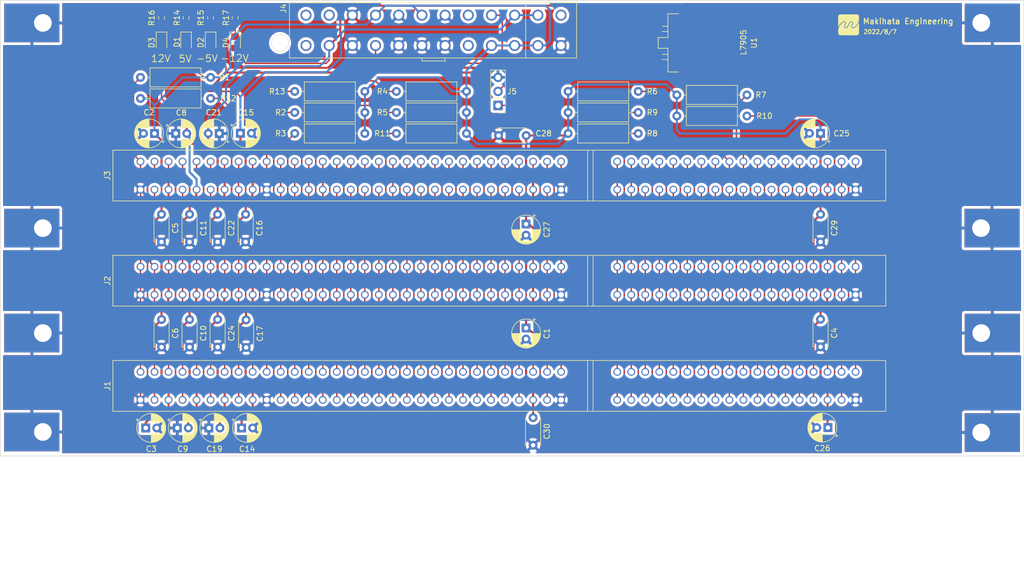
<source format=kicad_pcb>
(kicad_pcb (version 20211014) (generator pcbnew)
  (layers (0 "F.Cu" signal) (31 "B.Cu" signal) (34 "B.Paste" user) (35 "F.Paste" user) (36 "B.SilkS" user "B.Silkscreen") (37 "F.SilkS" user "F.Silkscreen") (38 "B.Mask" user) (39 "F.Mask" user) (44 "Edge.Cuts" user))
  (net 0 "")
  (net 1 "/5+")
  (net 2 "/MASTER")
  (net 3 "/5-")
  (net 4 "/12+")
  (net 5 "/12-")
  (net 6 "Net-(D1-Pad1)")
  (net 7 "Net-(D2-Pad1)")
  (net 8 "Net-(D3-Pad1)")
  (net 9 "Net-(D4-Pad1)")
  (net 10 "GND")
  (net 11 "/RESOUT")
  (net 12 "/IRQ2")
  (net 13 "/DRQ2")
  (net 14 "/SRDY")
  (net 15 "/SMEMW")
  (net 16 "/SMEMR")
  (net 17 "/IOW")
  (net 18 "/IOR")
  (net 19 "/DACK3")
  (net 20 "/DRQ3")
  (net 21 "/DACK1")
  (net 22 "/DRQ1")
  (net 23 "/REFRESH")
  (net 24 "/CLK")
  (net 25 "/IRQ7")
  (net 26 "/IRQ6")
  (net 27 "/IRQ5")
  (net 28 "/IRQ4")
  (net 29 "/IRQ3")
  (net 30 "/DACK2")
  (net 31 "/TC")
  (net 32 "/BALE")
  (net 33 "/OSC")
  (net 34 "/IOCHCK")
  (net 35 "/SD7")
  (net 36 "/SD6")
  (net 37 "/SD5")
  (net 38 "/SD4")
  (net 39 "/SD3")
  (net 40 "/SD2")
  (net 41 "/SD1")
  (net 42 "/SD0")
  (net 43 "/IOCHRDY")
  (net 44 "/AEN")
  (net 45 "/SA19")
  (net 46 "/SA18")
  (net 47 "/SA17")
  (net 48 "/SA16")
  (net 49 "/SA15")
  (net 50 "/SA14")
  (net 51 "/SA13")
  (net 52 "/SA12")
  (net 53 "/SA11")
  (net 54 "/SA10")
  (net 55 "/SA9")
  (net 56 "/SA8")
  (net 57 "/SA7")
  (net 58 "/SA6")
  (net 59 "/SA5")
  (net 60 "/SA4")
  (net 61 "/SA3")
  (net 62 "/SA2")
  (net 63 "/SA1")
  (net 64 "/SA0")
  (net 65 "/MEMCS16")
  (net 66 "/IOCS16")
  (net 67 "/IRQ10")
  (net 68 "/IRQ11")
  (net 69 "/IRQ12")
  (net 70 "/IRQ13")
  (net 71 "/IRQ14")
  (net 72 "/DACK0")
  (net 73 "/DRQ0")
  (net 74 "/DACK5")
  (net 75 "/DRQ5")
  (net 76 "/DACK6")
  (net 77 "/DRQ6")
  (net 78 "/DACK7")
  (net 79 "/DRQ7")
  (net 80 "/SBHE")
  (net 81 "/LA23")
  (net 82 "/LA22")
  (net 83 "/LA21")
  (net 84 "/LA20")
  (net 85 "/LA19")
  (net 86 "/LA18")
  (net 87 "/LA17")
  (net 88 "/MEMR")
  (net 89 "/MEMW")
  (net 90 "/SD8")
  (net 91 "/SD9")
  (net 92 "/SD10")
  (net 93 "/SD11")
  (net 94 "/SD12")
  (net 95 "/SD13")
  (net 96 "/SD14")
  (net 97 "/SD15")
  (net 98 "/5VSB")
  (net 99 "/PWRON")
  (net 101 "/-5ATX")
  (net 104 "/PG")
  (footprint "Capacitor_THT:CP_Radial_D5.0mm_P2.00mm" (layer "F.Cu") (at 85.4 113.88)
    (fp_text reference "C14")
    (fp_text value "22u")
  )
  (footprint "MYLIB:RightAngle" (layer "F.Cu") (at 49.395 96.695 90)
    (fp_text reference "H3" hide)
    (fp_text value "MountHole")
  )
  (footprint "Capacitor_THT:C_Disc_D4.7mm_W2.5mm_P5.00mm" (layer "F.Cu") (at 75.97 75.185 -90)
    (fp_text reference "C11")
    (fp_text value "100n")
  )
  (footprint "Diode_SMD:D_0805_2012Metric_Pad1.15x1.40mm_HandSolder" (layer "F.Cu") (at 70.89 44.03 -90)
    (fp_text reference "D3")
    (fp_text value "LED")
  )
  (footprint "Diode_SMD:D_0805_2012Metric_Pad1.15x1.40mm_HandSolder" (layer "F.Cu") (at 75.335 44.03 -90)
    (fp_text reference "D1")
    (fp_text value "LED")
  )
  (footprint "Resistor_THT:R_Axial_DIN0309_L9.0mm_D3.2mm_P12.70mm_Horizontal" (layer "F.Cu") (at 67.08 50.38)
    (fp_text reference "R1")
    (fp_text value "4.7k")
  )
  (footprint "MYLIB:RightAngle" (layer "F.Cu") (at 219.385 96.695 -90)
    (fp_text reference "H7" hide)
    (fp_text value "MountHole")
  )
  (footprint "Resistor_THT:R_Axial_DIN0309_L9.0mm_D3.2mm_P12.70mm_Horizontal" (layer "F.Cu") (at 157.25 60.54 180)
    (fp_text reference "R8")
    (fp_text value "300")
  )
  (footprint "Resistor_SMD:R_0603_1608Metric_Pad0.98x0.95mm_HandSolder" (layer "F.Cu") (at 70.89 39.585 90)
    (fp_text reference "R16")
    (fp_text value "1k")
  )
  (footprint "Capacitor_THT:CP_Radial_D5.0mm_P2.00mm" (layer "F.Cu") (at 73.467829 60.539999)
    (fp_text reference "C8")
    (fp_text value "22u")
  )
  (footprint "Capacitor_THT:CP_Radial_D5.0mm_P2.00mm" (layer "F.Cu") (at 136.93 95.779888 -90)
    (fp_text reference "C1")
    (fp_text value "22u")
  )
  (footprint "Capacitor_THT:C_Disc_D4.7mm_W2.5mm_P5.00mm" (layer "F.Cu") (at 190.27 75.185 -90)
    (fp_text reference "C29")
    (fp_text value "100n")
  )
  (footprint "Resistor_THT:R_Axial_DIN0309_L9.0mm_D3.2mm_P12.70mm_Horizontal" (layer "F.Cu") (at 113.435 56.73)
    (fp_text reference "R5")
    (fp_text value "4.7k")
  )
  (footprint "Capacitor_THT:CP_Radial_D5.0mm_P2.00mm" (layer "F.Cu") (at 190.27 60.512826 180)
    (fp_text reference "C25")
    (fp_text value "22u")
  )
  (footprint "Capacitor_THT:CP_Radial_D5.0mm_P2.00mm" (layer "F.Cu") (at 136.93 76.955 -90)
    (fp_text reference "C27")
    (fp_text value "22u")
  )
  (footprint "Capacitor_THT:C_Disc_D4.7mm_W2.5mm_P5.00mm" (layer "F.Cu") (at 86.214539 94.310304 -90)
    (fp_text reference "C17")
    (fp_text value "100n")
  )
  (footprint "MYLIB:RightAngle" (layer "F.Cu") (at 219.389344 40.49256 -90)
    (fp_text reference "H5" hide)
    (fp_text value "MountHole")
  )
  (footprint "MYLIB:RightAngle" (layer "F.Cu") (at 49.387526 114.611973 90)
    (fp_text reference "H4" hide)
    (fp_text value "MountHole")
  )
  (footprint "MYLIB:RightAngle" (layer "F.Cu") (at 49.395 77.685 90)
    (fp_text reference "H2" hide)
    (fp_text value "MountHole")
  )
  (footprint "MYLIB:RightAngle" (layer "F.Cu") (at 219.334935 77.685 -90)
    (fp_text reference "H6" hide)
    (fp_text value "MountHole")
  )
  (footprint "Capacitor_THT:C_Disc_D4.7mm_W2.5mm_P5.00mm" (layer "F.Cu") (at 190.27 94.195 -90)
    (fp_text reference "C4")
    (fp_text value "100n")
  )
  (footprint "Diode_SMD:D_0805_2012Metric_Pad1.15x1.40mm_HandSolder" (layer "F.Cu") (at 79.78 44.03 -90)
    (fp_text reference "D2")
    (fp_text value "LED")
  )
  (footprint "LOGO" (layer "F.Cu") (at 195.35 40.855)
    (fp_text reference "G***" hide)
    (fp_text value "LOGO" hide)
  )
  (footprint "Capacitor_THT:CP_Radial_D5.0mm_P2.00mm" (layer "F.Cu") (at 73.744887 113.88)
    (fp_text reference "C9")
    (fp_text value "22u")
  )
  (footprint "Capacitor_THT:CP_Radial_D5.0mm_P2.00mm" (layer "F.Cu") (at 79.459887 113.88)
    (fp_text reference "C19")
    (fp_text value "22u")
  )
  (footprint "Capacitor_THT:C_Disc_D4.7mm_W2.5mm_P5.00mm" (layer "F.Cu") (at 138.2 112.015 -90)
    (fp_text reference "C30")
    (fp_text value "100n")
  )
  (footprint "Capacitor_THT:CP_Radial_D5.0mm_P2.00mm" (layer "F.Cu") (at 68.029887 113.88)
    (fp_text reference "C3")
    (fp_text value "22u")
  )
  (footprint "Capacitor_THT:C_Disc_D4.7mm_W2.5mm_P5.00mm" (layer "F.Cu") (at 81.05 94.235 -90)
    (fp_text reference "C24")
    (fp_text value "100n")
  )
  (footprint "Capacitor_THT:C_Disc_D4.7mm_W2.5mm_P5.00mm" (layer "F.Cu") (at 70.89 75.185 -90)
    (fp_text reference "C5")
    (fp_text value "100n")
  )
  (footprint "Resistor_THT:R_Axial_DIN0309_L9.0mm_D3.2mm_P12.70mm_Horizontal" (layer "F.Cu") (at 95.02 60.54)
    (fp_text reference "R3")
    (fp_text value "4.7k")
  )
  (footprint "MYLIB:isa-98PIN" (layer "F.Cu") (at 67.08 68.16 90)
    (fp_text reference "J3")
    (fp_text value "ISA_94pin")
  )
  (footprint "Capacitor_THT:C_Disc_D4.7mm_W2.5mm_P5.00mm" (layer "F.Cu") (at 136.95 60.91 180)
    (fp_text reference "C28")
    (fp_text value "100n")
  )
  (footprint "Resistor_SMD:R_0603_1608Metric_Pad0.98x0.95mm_HandSolder" (layer "F.Cu") (at 84.225 39.585 90)
    (fp_text reference "R17")
    (fp_text value "1k")
  )
  (footprint "Capacitor_THT:C_Disc_D4.7mm_W2.5mm_P5.00mm" (layer "F.Cu") (at 75.97 94.235 -90)
    (fp_text reference "C10")
    (fp_text value "100n")
  )
  (footprint "Resistor_SMD:R_0603_1608Metric_Pad0.98x0.95mm_HandSolder" (layer "F.Cu") (at 75.335 39.585 90)
    (fp_text reference "R14")
    (fp_text value "1k")
  )
  (footprint "Resistor_THT:R_Axial_DIN0309_L9.0mm_D3.2mm_P12.70mm_Horizontal" (layer "F.Cu") (at 157.25 56.73 180)
    (fp_text reference "R9")
    (fp_text value "300")
  )
  (footprint "Resistor_THT:R_Axial_DIN0309_L9.0mm_D3.2mm_P12.70mm_Horizontal" (layer "F.Cu") (at 176.935 53.555 180)
    (fp_text reference "R7")
    (fp_text value "4.7k")
  )
  (footprint "Resistor_THT:R_Axial_DIN0309_L9.0mm_D3.2mm_P12.70mm_Horizontal" (layer "F.Cu") (at 176.935 57.365 180)
    (fp_text reference "R10")
    (fp_text value "300")
  )
  (footprint "Capacitor_THT:CP_Radial_D5.0mm_P2.00mm" (layer "F.Cu") (at 191.596264 113.822079 180)
    (fp_text reference "C26")
    (fp_text value "22u")
  )
  (footprint "MYLIB:isa-98PIN" (layer "F.Cu") (at 67.08 87.21 90)
    (fp_text reference "J2")
    (fp_text value "ISA_94pin")
  )
  (footprint "MYLIB:atx-24PIN" (layer "F.Cu") (at 97.064178 44.601803 90)
    (fp_text reference "J4")
    (fp_text value "CONN-ATX-24PIN")
  )
  (footprint "Resistor_THT:R_Axial_DIN0309_L9.0mm_D3.2mm_P12.70mm_Horizontal" (layer "F.Cu") (at 95.02 52.92)
    (fp_text reference "R13")
    (fp_text value "1k")
  )
  (footprint "Resistor_THT:R_Axial_DIN0309_L9.0mm_D3.2mm_P12.70mm_Horizontal" (layer "F.Cu") (at 113.435 60.54)
    (fp_text reference "R11")
    (fp_text value "300")
  )
  (footprint "Capacitor_THT:CP_Radial_D5.0mm_P2.00mm" (layer "F.Cu") (at 81.354929 60.54 180)
    (fp_text reference "C21")
    (fp_text value "22u")
  )
  (footprint "Capacitor_THT:C_Disc_D4.7mm_W2.5mm_P5.00mm" (layer "F.Cu") (at 81.05 75.185 -90)
    (fp_text reference "C22")
    (fp_text value "100n")
  )
  (footprint "MYLIB:RightAngle" (layer "F.Cu") (at 49.400438 40.50923 90)
    (fp_text reference "H1" hide)
    (fp_text value "MountHole")
  )
  (footprint "Diode_SMD:D_0805_2012Metric_Pad1.15x1.40mm_HandSolder" (layer "F.Cu") (at 84.225 44.03 -90)
    (fp_text reference "D4")
    (fp_text value "LED")
  )
  (footprint "Capacitor_THT:C_Disc_D4.7mm_W2.5mm_P5.00mm" (layer "F.Cu") (at 86.13 75.185 -90)
    (fp_text reference "C16")
    (fp_text value "100n")
  )
  (footprint "MYLIB:RightAngle" (layer "F.Cu") (at 219.378468 114.716154 -90)
    (fp_text reference "H8" hide)
    (fp_text value "MountHole")
  )
  (footprint "Capacitor_THT:CP_Radial_D5.0mm_P2.00mm" (layer "F.Cu") (at 69.62 60.54 180)
    (fp_text reference "C2")
    (fp_text value "22u")
  )
  (footprint "MYLIB:isa-98PIN" (layer "F.Cu") (at 67.08 106.26 90)
    (fp_text reference "J1")
    (fp_text value "ISA_94pin")
  )
  (footprint "Resistor_THT:R_Axial_DIN0309_L9.0mm_D3.2mm_P12.70mm_Horizontal" (layer "F.Cu") (at 95.02 56.73)
    (fp_text reference "R2")
    (fp_text value "4.7k")
  )
  (footprint "Capacitor_THT:CP_Radial_D5.0mm_P2.00mm" (layer "F.Cu") (at 85.174888 60.503768)
    (fp_text reference "C15")
    (fp_text value "22u")
  )
  (footprint "Capacitor_THT:C_Disc_D4.7mm_W2.5mm_P5.00mm" (layer "F.Cu") (at 70.9 94.235 -90)
    (fp_text reference "C6")
    (fp_text value "100n")
  )
  (footprint "Connector_PinHeader_2.54mm:PinHeader_1x03_P2.54mm_Vertical" (layer "F.Cu") (at 131.85 55.46 180)
    (fp_text reference "J5")
    (fp_text value "Conn_01x03")
  )
  (footprint "Resistor_THT:R_Axial_DIN0309_L9.0mm_D3.2mm_P12.70mm_Horizontal" (layer "F.Cu") (at 157.25 52.92 180)
    (fp_text reference "R6")
    (fp_text value "4.7k")
  )
  (footprint "Resistor_SMD:R_0603_1608Metric_Pad0.98x0.95mm_HandSolder" (layer "F.Cu") (at 79.78 39.585 90)
    (fp_text reference "R15")
    (fp_text value "1k")
  )
  (footprint "Resistor_THT:R_Axial_DIN0309_L9.0mm_D3.2mm_P12.70mm_Horizontal" (layer "F.Cu") (at 113.435 52.92)
    (fp_text reference "R4")
    (fp_text value "4.7k")
  )
  (footprint "Resistor_THT:R_Axial_DIN0309_L9.0mm_D3.2mm_P12.70mm_Horizontal" (layer "F.Cu") (at 79.78 54.19 180)
    (fp_text reference "R12")
    (fp_text value "300")
  )
  (footprint "MYLIB:L7905ACD2T-TR" (layer "F.Cu") (at 174.56695 44.03 -90)
    (fp_text reference "U1")
    (fp_text value "L7905")
  )
  (gr_line (start 227.1 36.41) (end 41.68 36.41) (layer "Edge.Cuts") (width 0.1))
  (gr_line (start 41.68 118.96) (end 227.1 118.96) (layer "Edge.Cuts") (width 0.1))
  (gr_line (start 41.68 36.41) (end 41.68 55.46) (layer "Edge.Cuts") (width 0.1))
  (gr_line (start 41.68 118.96) (end 41.68 55.46) (layer "Edge.Cuts") (width 0.1))
  (gr_line (start 227.1 118.96) (end 227.1 36.41) (layer "Edge.Cuts") (width 0.1))
  (gr_text "-5V" (at 79.145 46.960439) (layer "F.SilkS") (effects (font (size 1.27 1.27))))
  (gr_text "-12V" (at 84.150597 46.906093) (layer "F.SilkS") (effects (font (size 1.27 1.27))))
  (gr_text "12V" (at 70.781306 46.960439) (layer "F.SilkS") (effects (font (size 1.27 1.27))))
  (gr_text "Makihata Engineering" (at 206.145 40.22) (layer "F.SilkS") (effects (font (size 1.016 1.016) (thickness 0.1778))))
  (gr_text "5V" (at 75.18339 47.014786) (layer "F.SilkS") (effects (font (size 1.27 1.27))))
  (gr_text "2022/8/7" (at 201.065 42.125) (layer "F.SilkS") (effects (font (size 0.762 0.762))))
  (segment (start 189 100.545) (end 189 95.515) (width 0.381) (layer "F.Cu") (net 1))
  (segment (start 68.029887 113.88) (end 68.029887 112.930113) (width 0.381) (layer "F.Cu") (net 1))
  (segment (start 138.2 72.605) (end 136.93 73.875) (width 0.381) (layer "F.Cu") (net 1))
  (segment (start 70.89 101.815) (end 69.62 100.545) (width 0.381) (layer "F.Cu") (net 1))
  (segment (start 72.16 106.895) (end 70.89 105.625) (width 0.381) (layer "F.Cu") (net 1))
  (segment (start 191.54 89.75) (end 191.54 87.845) (width 0.381) (layer "F.Cu") (net 1))
  (segment (start 138.835 97.37) (end 137.244888 95.779888) (width 0.381) (layer "F.Cu") (net 1))
  (segment (start 137.244888 95.779888) (end 136.93 95.779888) (width 0.381) (layer "F.Cu") (net 1))
  (segment (start 70.9 92.855) (end 72.1 91.655) (width 0.381) (layer "F.Cu") (net 1))
  (segment (start 136.95 62.385) (end 136.95 60.91) (width 0.381) (layer "F.Cu") (net 1))
  (segment (start 136.93 62.405) (end 136.93 60.93) (width 0.381) (layer "F.Cu") (net 1))
  (segment (start 72.16 87.845) (end 70.89 86.575) (width 0.381) (layer "F.Cu") (net 1))
  (segment (start 190.27 60.512826) (end 190.27 67.525) (width 0.381) (layer "F.Cu") (net 1))
  (segment (start 191.54 70.7) (end 191.54 68.795) (width 0.381) (layer "F.Cu") (net 1))
  (segment (start 144.18 60.91) (end 144.55 60.54) (width 0.381) (layer "F.Cu") (net 1))
  (segment (start 69.62 95.515) (end 70.9 94.235) (width 0.381) (layer "F.Cu") (net 1))
  (segment (start 191.54 87.845) (end 190.27 86.575) (width 0.381) (layer "F.Cu") (net 1))
  (segment (start 72.16 89.75) (end 72.16 87.845) (width 0.381) (layer "F.Cu") (net 1))
  (segment (start 191.48 91.655) (end 191.48 89.75) (width 0.381) (layer "F.Cu") (net 1))
  (segment (start 138.2 112.015) (end 138.2 108.8) (width 0.381) (layer "F.Cu") (net 1))
  (segment (start 70.9 94.235) (end 70.9 92.855) (width 0.381) (layer "F.Cu") (net 1))
  (segment (start 191.54 108.8) (end 191.54 113.765815) (width 0.381) (layer "F.Cu") (net 1))
  (segment (start 191.54 106.895) (end 190.27 105.625) (width 0.381) (layer "F.Cu") (net 1))
  (segment (start 138.835 78.32) (end 138.835 79.59) (width 0.381) (layer "F.Cu") (net 1))
  (segment (start 136.93 105.625) (end 136.93 103.72) (width 0.381) (layer "F.Cu") (net 1))
  (segment (start 72.16 70.7) (end 72.16 68.795) (width 0.381) (layer "F.Cu") (net 1))
  (segment (start 138.2 108.8) (end 138.2 106.895) (width 0.381) (layer "F.Cu") (net 1))
  (segment (start 70.89 82.765) (end 69.62 81.495) (width 0.381) (layer "F.Cu") (net 1))
  (segment (start 190.27 82.765) (end 189 81.495) (width 0.381) (layer "F.Cu") (net 1))
  (segment (start 136.93 81.495) (end 136.93 84.67) (width 0.381) (layer "F.Cu") (net 1))
  (segment (start 190.28 73.805) (end 191.48 72.605) (width 0.381) (layer "F.Cu") (net 1))
  (segment (start 138.2 70.7) (end 138.2 72.605) (width 0.381) (layer "F.Cu") (net 1))
  (segment (start 138.835 79.59) (end 136.93 81.495) (width 0.381) (layer "F.Cu") (net 1))
  (segment (start 70.89 86.575) (end 70.89 82.765) (width 0.381) (layer "F.Cu") (net 1))
  (segment (start 138.835 97.37) (end 138.835 98.64) (width 0.381) (layer "F.Cu") (net 1))
  (segment (start 138.2 89.75) (end 138.2 87.845) (width 0.381) (layer "F.Cu") (net 1))
  (segment (start 138.2 70.7) (end 138.2 68.795) (width 0.381) (layer "F.Cu") (net 1))
  (segment (start 136.93 67.525) (end 136.93 62.405) (width 0.381) (layer "F.Cu") (net 1))
  (segment (start 72.16 110.705) (end 72.16 108.8) (width 0.381) (layer "F.Cu") (net 1))
  (segment (start 69.62 81.495) (end 69.62 76.465) (width 0.381) (layer "F.Cu") (net 1))
  (segment (start 136.95 60.91) (end 144.18 60.91) (width 0.381) (layer "F.Cu") (net 1))
  (segment (start 69.62 100.545) (end 69.62 95.515) (width 0.381) (layer "F.Cu") (net 1))
  (segment (start 190.27 101.815) (end 189 100.545) (width 0.381) (layer "F.Cu") (net 1))
  (segment (start 138.2 89.75) (end 138.2 91.655) (width 0.381) (layer "F.Cu") (net 1))
  (segment (start 70.89 67.525) (end 70.89 61.81) (width 0.381) (layer "F.Cu") (net 1))
  (segment (start 189 81.495) (end 189 76.465) (width 0.381) (layer "F.Cu") (net 1))
  (segment (start 72.16 70.7) (end 72.16 72.605) (width 0.381) (layer "F.Cu") (net 1))
  (segment (start 136.93 62.405) (end 136.95 62.385) (width 0.2) (layer "F.Cu") (net 1))
  (segment (start 136.93 86.575) (end 136.93 84.67) (width 0.381) (layer "F.Cu") (net 1))
  (segment (start 136.93 92.925) (end 136.93 95.779888) (width 0.381) (layer "F.Cu") (net 1))
  (segment (start 70.89 61.81) (end 69.62 60.54) (width 0.381) (layer "F.Cu") (net 1))
  (segment (start 136.93 60.93) (end 136.95 60.91) (width 0.381) (layer "F.Cu") (net 1))
  (segment (start 191.48 72.605) (end 191.48 70.7) (width 0.381) (layer "F.Cu") (net 1))
  (segment (start 70.89 105.625) (end 70.89 101.815) (width 0.381) (layer "F.Cu") (net 1))
  (segment (start 70.89 111.975) (end 72.16 110.705) (width 0.381) (layer "F.Cu") (net 1))
  (segment (start 69.62 76.465) (end 70.9 75.185) (width 0.381) (layer "F.Cu") (net 1))
  (segment (start 138.2 106.895) (end 136.93 105.625) (width 0.381) (layer "F.Cu") (net 1))
  (segment (start 137.244888 76.729888) (end 136.93 76.729888) (width 0.381) (layer "F.Cu") (net 1))
  (segment (start 189 95.515) (end 190.28 94.235) (width 0.381) (layer "F.Cu") (net 1))
  (segment (start 138.2 68.795) (end 136.93 67.525) (width 0.381) (layer "F.Cu") (net 1))
  (segment (start 189 76.465) (end 190.28 75.185) (width 0.381) (layer "F.Cu") (net 1))
  (segment (start 72.16 108.8) (end 72.16 106.895) (width 0.381) (layer "F.Cu") (net 1))
  (segment (start 75.335 47.205) (end 75.335 45.055) (width 0.254) (layer "F.Cu") (net 1))
  (segment (start 138.835 98.64) (end 136.93 100.545) (width 0.381) (layer "F.Cu") (net 1))
  (segment (start 70.89 73.875) (end 70.89 75.185) (width 0.381) (layer "F.Cu") (net 1))
  (segment (start 138.835 78.32) (end 137.244888 76.729888) (width 0.381) (layer "F.Cu") (net 1))
  (segment (start 190.27 105.625) (end 190.27 101.815) (width 0.381) (layer "F.Cu") (net 1))
  (segment (start 72.1 91.655) (end 72.1 89.75) (width 0.381) (layer "F.Cu") (net 1))
  (segment (start 138.2 91.655) (end 136.93 92.925) (width 0.381) (layer "F.Cu") (net 1))
  (segment (start 191.54 113.765815) (end 191.596264 113.822079) (width 0.381) (layer "F.Cu") (net 1))
  (segment (start 136.93 100.545) (end 136.93 103.72) (width 0.381) (layer "F.Cu") (net 1))
  (segment (start 138.2 87.845) (end 136.93 86.575) (width 0.381) (layer "F.Cu") (net 1))
  (segment (start 190.27 85.94) (end 190.27 82.765) (width 0.381) (layer "F.Cu") (net 1))
  (segment (start 72.16 68.795) (end 70.89 67.525) (width 0.381) (layer "F.Cu") (net 1))
  (segment (start 78.51 50.38) (end 75.335 47.205) (width 0.254) (layer "F.Cu") (net 1))
  (segment (start 68.985 111.975) (end 70.89 111.975) (width 0.381) (layer "F.Cu") (net 1))
  (segment (start 190.27 86.575) (end 190.27 85.94) (width 0.381) (layer "F.Cu") (net 1))
  (segment (start 191.54 108.8) (end 191.54 106.895) (width 0.381) (layer "F.Cu") (net 1))
  (segment (start 190.28 94.235) (end 190.28 92.855) (width 0.381) (layer "F.Cu") (net 1))
  (segment (start 136.93 73.875) (end 136.93 76.729888) (width 0.381) (layer "F.Cu") (net 1))
  (segment (start 190.27 67.525) (end 191.54 68.795) (width 0.381) (layer "F.Cu") (net 1))
  (segment (start 190.28 75.185) (end 190.28 73.805) (width 0.381) (layer "F.Cu") (net 1))
  (segment (start 72.16 72.605) (end 70.89 73.875) (width 0.381) (layer "F.Cu") (net 1))
  (segment (start 79.78 50.38) (end 78.51 50.38) (width 0.254) (layer "F.Cu") (net 1))
  (segment (start 68.029887 112.930113) (end 68.985 111.975) (width 0.381) (layer "F.Cu") (net 1))
  (segment (start 190.28 92.855) (end 191.48 91.655) (width 0.381) (layer "F.Cu") (net 1))
  (segment (start 164.87 60.54) (end 183.92 60.54) (width 0.381) (layer "B.Cu") (net 1))
  (segment (start 116.348375 37.386) (end 116.102 37.386) (width 0.381) (layer "B.Cu") (net 1))
  (segment (start 140.382197 44.601803) (end 139.064178 44.601803) (width 0.381) (layer "B.Cu") (net 1))
  (segment (start 144.55 52.92) (end 144.55 60.54) (width 0.381) (layer "B.Cu") (net 1))
  (segment (start 190.27 59.27) (end 190.27 60.512826) (width 0.381) (layer "B.Cu") (net 1))
  (segment (start 107.950981 40.815) (end 86.13 40.815) (width 0.381) (layer "B.Cu") (net 1))
  (segment (start 69.62 60.54) (end 69.62 55.46) (width 0.381) (layer "B.Cu") (net 1))
  (segment (start 118.064178 39.101803) (end 116.348375 37.386) (width 0.381) (layer "B.Cu") (net 1))
  (segment (start 144.55 60.54) (end 142.685 62.405) (width 0.381) (layer "B.Cu") (net 1))
  (segment (start 140.486 37.386) (end 141.248 38.148) (width 0.381) (layer "B.Cu") (net 1))
  (segment (start 126.135 60.54) (end 126.135 52.92) (width 0.381) (layer "B.Cu") (net 1))
  (segment (start 142.685 62.405) (end 128.08 62.405) (width 0.381) (layer "B.Cu") (net 1))
  (segment (start 164.235 57.365) (end 164.235 59.905) (width 0.381) (layer "B.Cu") (net 1))
  (segment (start 164.235 53.555) (end 162.33 51.65) (width 0.381) (layer "B.Cu") (net 1))
  (segment (start 145.82 51.65) (end 144.55 52.92) (width 0.381) (layer "B.Cu") (net 1))
  (segment (start 109.664178 39.101803) (end 107.950981 40.815) (width 0.381) (layer "B.Cu") (net 1))
  (segment (start 83.336 48.602) (end 81.558 50.38) (width 0.381) (layer "B.Cu") (net 1))
  (segment (start 69.62 55.46) (end 68.35 54.19) (width 0.381) (layer "B.Cu") (net 1))
  (segment (start 86.13 40.815) (end 83.336 43.609) (width 0.381) (layer "B.Cu") (net 1))
  (segment (start 189 58) (end 190.27 59.27) (width 0.381) (layer "B.Cu") (net 1))
  (segment (start 186.46 58) (end 189 58) (width 0.381) (layer "B.Cu") (net 1))
  (segment (start 68.35 54.19) (end 67.08 54.19) (width 0.381) (layer "B.Cu") (net 1))
  (segment (start 126.135 52.92) (end 126.135 49.130981) (width 0.381) (layer "B.Cu") (net 1))
  (segment (start 74.7 50.38) (end 79.78 50.38) (width 0.381) (layer "B.Cu") (net 1))
  (segment (start 128 62.405) (end 126.135 60.54) (width 0.381) (layer "B.Cu") (net 1))
  (segment (start 69.62 55.46) (end 74.7 50.38) (width 0.381) (layer "B.Cu") (net 1))
  (segment (start 110.26 50.38) (end 121.055 50.38) (width 0.381) (layer "B.Cu") (net 1))
  (segment (start 130.664178 44.601803) (end 139.064178 44.601803) (width 0.381) (layer "B.Cu") (net 1))
  (segment (start 126.135 52.92) (end 123.595 52.92) (width 0.381) (layer "B.Cu") (net 1))
  (segment (start 107.72 52.92) (end 110.26 50.38) (width 0.381) (layer "B.Cu") (net 1))
  (segment (start 141.248 43.736) (end 140.382197 44.601803) (width 0.381) (layer "B.Cu") (net 1))
  (segment (start 141.248 38.148) (end 141.248 43.736) (width 0.381) (layer "B.Cu") (net 1))
  (segment (start 126.135 49.130981) (end 130.664178 44.601803) (width 0.381) (layer "B.Cu") (net 1))
  (segment (start 109.664178 39.101803) (end 111.379981 37.386) (width 0.381) (layer "B.Cu") (net 1))
  (segment (start 81.558 50.38) (end 79.78 50.38) (width 0.381) (layer "B.Cu") (net 1))
  (segment (start 116.102 37.386) (end 140.486 37.386) (width 0.381) (layer "B.Cu") (net 1))
  (segment (start 164.235 59.905) (end 164.87 60.54) (width 0.381) (layer "B.Cu") (net 1))
  (segment (start 83.336 43.609) (end 83.336 48.602) (width 0.381) (layer "B.Cu") (net 1))
  (segment (start 111.379981 37.386) (end 116.102 37.386) (width 0.381) (layer "B.Cu") (net 1))
  (segment (start 164.235 53.555) (end 164.235 57.365) (width 0.381) (layer "B.Cu") (net 1))
  (segment (start 183.92 60.54) (end 186.46 58) (width 0.381) (layer "B.Cu") (net 1))
  (segment (start 107.72 60.54) (end 107.72 52.92) (width 0.381) (layer "B.Cu") (net 1))
  (segment (start 123.595 52.92) (end 121.055 50.38) (width 0.381) (layer "B.Cu") (net 1))
  (segment (start 162.33 51.65) (end 145.82 51.65) (width 0.381) (layer "B.Cu") (net 1))
  (segment (start 192.81 73.24) (end 192.81 86.575) (width 0.254) (layer "F.Cu") (net 2))
  (segment (start 194.08 89.75) (end 194.08 91.02) (width 0.254) (layer "F.Cu") (net 2))
  (segment (start 190.905 57.365) (end 192.81 59.27) (width 0.254) (layer "F.Cu") (net 2))
  (segment (start 194.08 70.7) (end 194.08 71.97) (width 0.254) (layer "F.Cu") (net 2))
  (segment (start 194.08 89.75) (end 194.08 87.845) (width 0.254) (layer "F.Cu") (net 2))
  (segment (start 176.935 57.365) (end 190.905 57.365) (width 0.254) (layer "F.Cu") (net 2))
  (segment (start 194.08 87.845) (end 192.81 86.575) (width 0.254) (layer "F.Cu") (net 2))
  (segment (start 192.81 59.27) (end 192.81 67.525) (width 0.254) (layer "F.Cu") (net 2))
  (segment (start 192.81 67.525) (end 194.08 68.795) (width 0.254) (layer "F.Cu") (net 2))
  (segment (start 194.08 91.02) (end 192.81 92.29) (width 0.254) (layer "F.Cu") (net 2))
  (segment (start 194.08 68.795) (end 194.08 70.7) (width 0.254) (layer "F.Cu") (net 2))
  (segment (start 194.08 108.8) (end 194.08 106.895) (width 0.254) (layer "F.Cu") (net 2))
  (segment (start 194.08 71.97) (end 192.81 73.24) (width 0.254) (layer "F.Cu") (net 2))
  (segment (start 194.08 106.895) (end 192.81 105.625) (width 0.254) (layer "F.Cu") (net 2))
  (segment (start 192.81 92.29) (end 192.81 105.625) (width 0.254) (layer "F.Cu") (net 2))
  (segment (start 75.97 94.235) (end 75.97 92.855) (width 0.381) (layer "F.Cu") (net 3))
  (segment (start 128.28 56.466) (end 130.304 58.49) (width 0.381) (layer "F.Cu") (net 3))
  (segment (start 77.24 106.895) (end 75.97 105.625) (width 0.381) (layer "F.Cu") (net 3))
  (segment (start 136.4 58.49) (end 138.35 56.54) (width 0.381) (layer "F.Cu") (net 3))
  (segment (start 82.57 49.51) (end 82.57 48.48) (width 0.254) (layer "F.Cu") (net 3))
  (segment (start 82.57 49.51) (end 126.88 49.51) (width 0.381) (layer "F.Cu") (net 3))
  (segment (start 75.98 73.805) (end 77.18 72.605) (width 0.381) (layer "F.Cu") (net 3))
  (segment (start 74.7 95.505) (end 74.7 95.575) (width 0.2) (layer "F.Cu") (net 3))
  (segment (start 75.97 101.815) (end 74.7 100.545) (width 0.381) (layer "F.Cu") (net 3))
  (segment (start 138.35 51.3) (end 143.08 46.57) (width 0.381) (layer "F.Cu") (net 3))
  (segment (start 80.105 51.975) (end 82.57 49.51) (width 0.381) (layer "F.Cu") (net 3))
  (segment (start 77.24 108.8) (end 77.24 106.895) (width 0.381) (layer "F.Cu") (net 3))
  (segment (start 76.915 51.975) (end 80.105 51.975) (width 0.381) (layer "F.Cu") (net 3))
  (segment (start 75.97 82.765) (end 74.7 81.495) (width 0.381) (layer "F.Cu") (net 3))
  (segment (start 77.24 87.845) (end 75.97 86.575) (width 0.381) (layer "F.Cu") (net 3))
  (segment (start 138.35 56.54) (end 138.35 51.3) (width 0.381) (layer "F.Cu") (net 3))
  (segment (start 77.18 72.605) (end 77.18 70.7) (width 0.381) (layer "F.Cu") (net 3))
  (segment (start 126.88 49.51) (end 128.28 50.91) (width 0.381) (layer "F.Cu") (net 3))
  (segment (start 75.97 92.855) (end 77.17 91.655) (width 0.381) (layer "F.Cu") (net 3))
  (segment (start 75.97 105.625) (end 75.97 101.815) (width 0.381) (layer "F.Cu") (net 3))
  (segment (start 75.744887 113.88) (end 75.744887 112.200113) (width 0.381) (layer "F.Cu") (net 3))
  (segment (start 75.97 94.235) (end 74.7 95.505) (width 0.381) (layer "F.Cu") (net 3))
  (segment (start 75.97 86.575) (end 75.97 82.765) (width 0.381) (layer "F.Cu") (net 3))
  (segment (start 75.467829 53.422171) (end 76.915 51.975) (width 0.381) (layer "F.Cu") (net 3))
  (segment (start 75.744887 112.200113) (end 77.24 110.705) (width 0.381) (layer "F.Cu") (net 3))
  (segment (start 128.28 50.91) (end 128.28 56.466) (width 0.381) (layer "F.Cu") (net 3))
  (segment (start 77.24 89.75) (end 77.24 87.845) (width 0.381) (layer "F.Cu") (net 3))
  (segment (start 130.304 58.49) (end 136.4 58.49) (width 0.381) (layer "F.Cu") (net 3))
  (segment (start 75.467829 60.539999) (end 75.467829 53.422171) (width 0.381) (layer "F.Cu") (net 3))
  (segment (start 75.98 75.185) (end 75.98 73.805) (width 0.381) (layer "F.Cu") (net 3))
  (segment (start 82.57 48.48) (end 79.78 45.69) (width 0.254) (layer "F.Cu") (net 3))
  (segment (start 74.7 76.465) (end 75.98 75.185) (width 0.381) (layer "F.Cu") (net 3))
  (segment (start 143.08 46.57) (end 159.41695 46.57) (width 0.381) (layer "F.Cu") (net 3))
  (segment (start 77.24 110.705) (end 77.24 108.8) (width 0.381) (layer "F.Cu") (net 3))
  (segment (start 74.7 81.495) (end 74.7 76.465) (width 0.381) (layer "F.Cu") (net 3))
  (segment (start 74.7 100.545) (end 74.7 95.575) (width 0.381) (layer "F.Cu") (net 3))
  (segment (start 77.17 91.655) (end 77.17 89.75) (width 0.381) (layer "F.Cu") (net 3))
  (segment (start 75.97 67.525) (end 75.97 65.62) (width 0.381) (layer "B.Cu") (net 3))
  (segment (start 77.24 68.795) (end 75.97 67.525) (width 0.381) (layer "B.Cu") (net 3))
  (segment (start 75.97 61.092456) (end 75.97 65.62) (width 0.381) (layer "B.Cu") (net 3))
  (segment (start 75.417544 60.54) (end 75.97 61.092456) (width 0.381) (layer "B.Cu") (net 3))
  (segment (start 77.24 70.7) (end 77.24 68.795) (width 0.381) (layer "B.Cu") (net 3))
  (segment (start 84.86 76.465) (end 86.14 75.185) (width 0.381) (layer "F.Cu") (net 4))
  (segment (start 86.2 94.235) (end 86.2 92.855) (width 0.381) (layer "F.Cu") (net 4))
  (segment (start 70.89 54.19) (end 70.89 45.055) (width 0.254) (layer "F.Cu") (net 4))
  (segment (start 87.4 89.75) (end 87.4 87.845) (width 0.381) (layer "F.Cu") (net 4))
  (segment (start 85.4 113.88) (end 85.4 112.07) (width 0.381) (layer "F.Cu") (net 4))
  (segment (start 84.225 52.92) (end 78.51 52.92) (width 0.254) (layer "F.Cu") (net 4))
  (segment (start 86.2 92.855) (end 87.4 91.655) (width 0.381) (layer "F.Cu") (net 4))
  (segment (start 86.13 101.815) (end 84.86 100.545) (width 0.381) (layer "F.Cu") (net 4))
  (segment (start 86.13 86.575) (end 86.13 82.765) (width 0.381) (layer "F.Cu") (net 4))
  (segment (start 72.16 62.445) (end 71.525 61.81) (width 0.254) (layer "F.Cu") (net 4))
  (segment (start 87.4 108.8) (end 87.4 110.07) (width 0.381) (layer "F.Cu") (net 4))
  (segment (start 76.605 62.445) (end 72.16 62.445) (width 0.254) (layer "F.Cu") (net 4))
  (segment (start 84.86 81.495) (end 84.86 76.465) (width 0.381) (layer "F.Cu") (net 4))
  (segment (start 86.14 75.185) (end 86.14 73.805) (width 0.381) (layer "F.Cu") (net 4))
  (segment (start 84.86 95.575) (end 86.2 94.235) (width 0.381) (layer "F.Cu") (net 4))
  (segment (start 87.4 68.795) (end 87.4 70.7) (width 0.381) (layer "F.Cu") (net 4))
  (segment (start 86.13 63.715) (end 86.13 67.525) (width 0.381) (layer "F.Cu") (net 4))
  (segment (start 77.875 53.555) (end 77.875 61.175) (width 0.254) (layer "F.Cu") (net 4))
  (segment (start 84.86 100.545) (end 84.86 95.575) (width 0.381) (layer "F.Cu") (net 4))
  (segment (start 86.13 82.765) (end 84.86 81.495) (width 0.381) (layer "F.Cu") (net 4))
  (segment (start 85.4 112.07) (end 87.4 110.07) (width 0.381) (layer "F.Cu") (net 4))
  (segment (start 86.14 73.805) (end 87.34 72.605) (width 0.381) (layer "F.Cu") (net 4))
  (segment (start 71.525 54.825) (end 70.89 54.19) (width 0.254) (layer "F.Cu") (net 4))
  (segment (start 86.13 67.525) (end 87.4 68.795) (width 0.381) (layer "F.Cu") (net 4))
  (segment (start 87.4 87.845) (end 86.13 86.575) (width 0.381) (layer "F.Cu") (net 4))
  (segment (start 85.174888 60.503768) (end 85.174888 62.759888) (width 0.381) (layer "F.Cu") (net 4))
  (segment (start 86.13 105.625) (end 87.4 106.895) (width 0.381) (layer "F.Cu") (net 4))
  (segment (start 71.525 61.81) (end 71.525 54.825) (width 0.254) (layer "F.Cu") (net 4))
  (segment (start 77.875 61.175) (end 76.605 62.445) (width 0.254) (layer "F.Cu") (net 4))
  (segment (start 78.51 52.92) (end 77.875 53.555) (width 0.254) (layer "F.Cu") (net 4))
  (segment (start 85.174888 62.759888) (end 86.13 63.715) (width 0.381) (layer "F.Cu") (net 4))
  (segment (start 85.174888 53.869888) (end 84.225 52.92) (width 0.254) (layer "F.Cu") (net 4))
  (segment (start 86.13 105.625) (end 86.13 101.815) (width 0.381) (layer "F.Cu") (net 4))
  (segment (start 87.4 91.655) (end 87.4 89.75) (width 0.381) (layer "F.Cu") (net 4))
  (segment (start 85.174888 60.503768) (end 85.174888 53.869888) (width 0.254) (layer "F.Cu") (net 4))
  (segment (start 87.34 72.605) (end 87.34 70.7) (width 0.381) (layer "F.Cu") (net 4))
  (segment (start 87.4 106.895) (end 87.4 108.8) (width 0.381) (layer "F.Cu") (net 4))
  (segment (start 85.174888 53.875112) (end 89.6225 49.4275) (width 0.381) (layer "B.Cu") (net 4))
  (segment (start 132.261981 41.704) (end 104.164 41.704) (width 0.381) (layer "B.Cu") (net 4))
  (segment (start 100.7985 49.4275) (end 103.402 46.824) (width 0.381) (layer "B.Cu") (net 4))
  (segment (start 103.402 46.824) (end 103.402 42.633) (width 0.381) (layer "B.Cu") (net 4))
  (segment (start 104.164 41.704) (end 103.402 42.466) (width 0.381) (layer "B.Cu") (net 4))
  (segment (start 103.402 42.466) (end 103.402 42.633) (width 0.381) (layer "B.Cu") (net 4))
  (segment (start 89.6225 49.4275) (end 100.7985 49.4275) (width 0.381) (layer "B.Cu") (net 4))
  (segment (start 85.174888 60.503768) (end 85.174888 53.875112) (width 0.381) (layer "B.Cu") (net 4))
  (segment (start 134.864178 39.101803) (end 132.261981 41.704) (width 0.381) (layer "B.Cu") (net 4))
  (segment (start 139.064178 39.101803) (end 134.864178 39.101803) (width 0.381) (layer "B.Cu") (net 4))
  (segment (start 81.05 94.235) (end 79.71 95.575) (width 0.381) (layer "F.Cu") (net 5))
  (segment (start 81.05 92.855) (end 82.25 91.655) (width 0.381) (layer "F.Cu") (net 5))
  (segment (start 79.354929 60.54) (end 79.354929 62.019929) (width 0.381) (layer "F.Cu") (net 5))
  (segment (start 82.32 106.895) (end 82.32 108.8) (width 0.381) (layer "F.Cu") (net 5))
  (segment (start 79.78 81.495) (end 79.78 76.465) (width 0.381) (layer "F.Cu") (net 5))
  (segment (start 81.05 63.715) (end 81.05 67.525) (width 0.381) (layer "F.Cu") (net 5))
  (segment (start 103.275 38.91) (end 104.799 37.386) (width 0.381) (layer "F.Cu") (net 5))
  (segment (start 81.05 105.625) (end 82.32 106.895) (width 0.381) (layer "F.Cu") (net 5))
  (segment (start 79.78 76.465) (end 81.06 75.185) (width 0.381) (layer "F.Cu") (net 5))
  (segment (start 86.13 47.84) (end 84.225 45.935) (width 0.254) (layer "F.Cu") (net 5))
  (segment (start 101.264178 44.601803) (end 103.275 42.590981) (width 0.381) (layer "F.Cu") (net 5))
  (segment (start 79.71 100.545) (end 81.05 101.885) (width 0.381) (layer "F.Cu") (net 5))
  (segment (start 100.695 47.84) (end 86.13 47.84) (width 0.254) (layer "F.Cu") (net 5))
  (segment (start 81.459887 112.200113) (end 82.32 111.34) (width 0.381) (layer "F.Cu") (net 5))
  (segment (start 82.26 72.605) (end 82.26 70.7) (width 0.381) (layer "F.Cu") (net 5))
  (segment (start 164.576 37.386) (end 169.66695 42.47695) (width 0.381) (layer "F.Cu") (net 5))
  (segment (start 169.66695 42.47695) (end 169.66695 44.03) (width 0.2) (layer "F.Cu") (net 5))
  (segment (start 104.799 37.386) (end 164.576 37.386) (width 0.381) (layer "F.Cu") (net 5))
  (segment (start 82.25 91.655) (end 82.25 89.75) (width 0.381) (layer "F.Cu") (net 5))
  (segment (start 84.225 45.935) (end 84.225 45.055) (width 0.254) (layer "F.Cu") (net 5))
  (segment (start 81.459887 113.88) (end 81.459887 112.200113) (width 0.381) (layer "F.Cu") (net 5))
  (segment (start 82.32 89.75) (end 82.32 87.845) (width 0.381) (layer "F.Cu") (net 5))
  (segment (start 101.264178 44.601803) (end 101.264178 47.270822) (width 0.254) (layer "F.Cu") (net 5))
  (segment (start 82.32 111.34) (end 82.32 108.8) (width 0.381) (layer "F.Cu") (net 5))
  (segment (start 81.05 94.235) (end 81.05 92.855) (width 0.381) (layer "F.Cu") (net 5))
  (segment (start 79.354929 62.019929) (end 81.05 63.715) (width 0.381) (layer "F.Cu") (net 5))
  (segment (start 81.05 101.885) (end 81.05 105.625) (width 0.381) (layer "F.Cu") (net 5))
  (segment (start 79.71 95.575) (end 79.71 100.545) (width 0.381) (layer "F.Cu") (net 5))
  (segment (start 81.05 86.575) (end 81.05 82.765) (width 0.381) (layer "F.Cu") (net 5))
  (segment (start 81.05 67.525) (end 82.32 68.795) (width 0.381) (layer "F.Cu") (net 5))
  (segment (start 81.05 82.765) (end 79.78 81.495) (width 0.381) (layer "F.Cu") (net 5))
  (segment (start 81.06 75.185) (end 81.06 73.805) (width 0.381) (layer "F.Cu") (net 5))
  (segment (start 82.32 87.845) (end 81.05 86.575) (width 0.381) (layer "F.Cu") (net 5))
  (segment (start 103.275 42.590981) (end 103.275 38.91) (width 0.381) (layer "F.Cu") (net 5))
  (segment (start 101.264178 47.270822) (end 100.695 47.84) (width 0.254) (layer "F.Cu") (net 5))
  (segment (start 81.06 73.805) (end 82.26 72.605) (width 0.381) (layer "F.Cu") (net 5))
  (segment (start 82.32 68.795) (end 82.32 70.7) (width 0.381) (layer "F.Cu") (net 5))
  (segment (start 82.6375 54.5075) (end 82.32 54.825) (width 0.381) (layer "B.Cu") (net 5))
  (segment (start 99.552 48.348) (end 101.264178 46.635822) (width 0.381) (layer "B.Cu") (net 5))
  (segment (start 82.32 54.825) (end 82.574 54.571) (width 0.381) (layer "B.Cu") (net 5))
  (segment (start 82.32 54.825) (end 79.354929 57.790071) (width 0.381) (layer "B.Cu") (net 5))
  (segment (start 82.574 54.571) (end 82.574 51.904) (width 0.381) (layer "B.Cu") (net 5))
  (segment (start 101.264178 46.635822) (end 101.264178 44.601803) (width 0.381) (layer "B.Cu") (net 5))
  (segment (start 79.354929 57.790071) (end 79.354929 60.54) (width 0.381) (layer "B.Cu") (net 5))
  (segment (start 86.13 48.348) (end 99.552 48.348) (width 0.381) (layer "B.Cu") (net 5))
  (segment (start 82.574 51.904) (end 86.13 48.348) (width 0.381) (layer "B.Cu") (net 5))
  (segment (start 75.335 43.005) (end 75.335 40.4975) (width 0.254) (layer "F.Cu") (net 6))
  (segment (start 79.78 43.005) (end 79.78 40.4975) (width 0.254) (layer "F.Cu") (net 7))
  (segment (start 70.89 43.005) (end 70.89 40.4975) (width 0.254) (layer "F.Cu") (net 8))
  (segment (start 84.225 43.005) (end 84.225 40.4975) (width 0.254) (layer "F.Cu") (net 9))
  (segment (start 67.08 91.655) (end 67.08 89.75) (width 0.25) (layer "F.Cu") (net 10))
  (segment (start 67.08 72.605) (end 65.81 73.875) (width 0.25) (layer "F.Cu") (net 10))
  (segment (start 67.08 106.895) (end 65.81 105.625) (width 0.25) (layer "F.Cu") (net 10))
  (segment (start 67.08 108.8) (end 67.08 106.895) (width 0.25) (layer "F.Cu") (net 10))
  (segment (start 67.08 87.845) (end 65.81 86.575) (width 0.25) (layer "F.Cu") (net 10))
  (segment (start 67.08 70.7) (end 67.08 72.605) (width 0.25) (layer "F.Cu") (net 10))
  (segment (start 65.81 92.925) (end 67.08 91.655) (width 0.25) (layer "F.Cu") (net 10))
  (segment (start 67.08 89.75) (end 67.08 87.845) (width 0.25) (layer "F.Cu") (net 10))
  (segment (start 65.81 73.875) (end 65.81 86.575) (width 0.25) (layer "F.Cu") (net 10))
  (segment (start 69.940112 113.88) (end 70.255 113.88) (width 0.381) (layer "F.Cu") (net 10))
  (segment (start 65.81 105.625) (end 65.81 92.925) (width 0.25) (layer "F.Cu") (net 10))
  (segment (start 69.62 89.75) (end 69.62 87.845) (width 0.254) (layer "F.Cu") (net 11))
  (segment (start 68.35 73.24) (end 69.62 71.97) (width 0.25) (layer "F.Cu") (net 11))
  (segment (start 69.62 89.75) (end 69.62 87.845) (width 0.25) (layer "F.Cu") (net 11))
  (segment (start 69.62 89.75) (end 69.62 91.02) (width 0.254) (layer "F.Cu") (net 11))
  (segment (start 69.62 91.02) (end 68.35 92.29) (width 0.254) (layer "F.Cu") (net 11))
  (segment (start 68.35 105.625) (end 69.62 106.895) (width 0.254) (layer "F.Cu") (net 11))
  (segment (start 69.62 87.845) (end 68.35 86.575) (width 0.25) (layer "F.Cu") (net 11))
  (segment (start 68.35 92.29) (end 68.35 105.625) (width 0.254) (layer "F.Cu") (net 11))
  (segment (start 69.62 108.8) (end 69.62 106.895) (width 0.25) (layer "F.Cu") (net 11))
  (segment (start 69.62 71.97) (end 69.62 70.7) (width 0.25) (layer "F.Cu") (net 11))
  (segment (start 68.35 82.765) (end 68.35 73.24) (width 0.25) (layer "F.Cu") (net 11))
  (segment (start 68.35 86.575) (end 68.35 82.765) (width 0.254) (layer "F.Cu") (net 11))
  (segment (start 74.7 87.845) (end 74.7 89.75) (width 0.254) (layer "F.Cu") (net 12))
  (segment (start 74.7 107.022) (end 73.43 105.752) (width 0.25) (layer "F.Cu") (net 12))
  (segment (start 74.7 70.7) (end 74.7 71.97) (width 0.254) (layer "F.Cu") (net 12))
  (segment (start 73.43 73.24) (end 73.43 86.575) (width 0.254) (layer "F.Cu") (net 12))
  (segment (start 74.7 71.97) (end 73.43 73.24) (width 0.254) (layer "F.Cu") (net 12))
  (segment (start 74.7 89.75) (end 74.7 87.845) (width 0.25) (layer "F.Cu") (net 12))
  (segment (start 74.7 91.02) (end 73.43 92.29) (width 0.254) (layer "F.Cu") (net 12))
  (segment (start 74.7 89.75) (end 74.7 91.02) (width 0.254) (layer "F.Cu") (net 12))
  (segment (start 73.43 92.29) (end 73.43 105.625) (width 0.254) (layer "F.Cu") (net 12))
  (segment (start 74.7 108.927) (end 74.7 107.022) (width 0.25) (layer "F.Cu") (net 12))
  (segment (start 74.7 87.845) (end 73.43 86.575) (width 0.25) (layer "F.Cu") (net 12))
  (segment (start 79.78 106.895) (end 78.51 105.625) (width 0.25) (layer "F.Cu") (net 13))
  (segment (start 79.78 71.97) (end 78.51 73.24) (width 0.254) (layer "F.Cu") (net 13))
  (segment (start 79.78 108.8) (end 79.78 106.895) (width 0.25) (layer "F.Cu") (net 13))
  (segment (start 79.78 89.75) (end 79.78 91.02) (width 0.254) (layer "F.Cu") (net 13))
  (segment (start 79.78 91.02) (end 78.51 92.29) (width 0.254) (layer "F.Cu") (net 13))
  (segment (start 79.78 87.845) (end 79.78 89.75) (width 0.254) (layer "F.Cu") (net 13))
  (segment (start 78.51 86.575) (end 79.78 87.845) (width 0.254) (layer "F.Cu") (net 13))
  (segment (start 78.51 92.29) (end 78.51 105.625) (width 0.254) (layer "F.Cu") (net 13))
  (segment (start 78.51 73.24) (end 78.51 86.575) (width 0.254) (layer "F.Cu") (net 13))
  (segment (start 79.78 70.7) (end 79.78 71.97) (width 0.254) (layer "F.Cu") (net 13))
  (segment (start 83.59 67.551681) (end 84.829498 68.791179) (width 0.254) (layer "F.Cu") (net 14))
  (segment (start 84.86 87.845) (end 84.86 89.75) (width 0.254) (layer "F.Cu") (net 14))
  (segment (start 84.86 70.7) (end 84.86 71.97) (width 0.254) (layer "F.Cu") (net 14))
  (segment (start 79.78 54.19) (end 81.685 54.19) (width 0.254) (layer "F.Cu") (net 14))
  (segment (start 84.86 106.895) (end 83.59 105.625) (width 0.25) (layer "F.Cu") (net 14))
  (segment (start 84.829498 68.791179) (end 84.829498 70.696179) (width 0.254) (layer "F.Cu") (net 14))
  (segment (start 84.86 89.75) (end 84.86 91.02) (width 0.254) (layer "F.Cu") (net 14))
  (segment (start 84.86 91.02) (end 83.59 92.29) (width 0.254) (layer "F.Cu") (net 14))
  (segment (start 83.59 73.24) (end 83.59 86.575) (width 0.254) (layer "F.Cu") (net 14))
  (segment (start 83.59 56.095) (end 83.59 67.551681) (width 0.254) (layer "F.Cu") (net 14))
  (segment (start 83.59 92.29) (end 83.59 105.625) (width 0.254) (layer "F.Cu") (net 14))
  (segment (start 81.685 54.19) (end 83.59 56.095) (width 0.254) (layer "F.Cu") (net 14))
  (segment (start 84.86 71.97) (end 83.59 73.24) (width 0.254) (layer "F.Cu") (net 14))
  (segment (start 83.59 86.575) (end 84.86 87.845) (width 0.254) (layer "F.Cu") (net 14))
  (segment (start 84.86 108.8) (end 84.86 106.895) (width 0.25) (layer "F.Cu") (net 14))
  (segment (start 91.21 65.62) (end 91.21 57.365) (width 0.254) (layer "F.Cu") (net 15))
  (segment (start 91.845 56.73) (end 95.02 56.73) (width 0.254) (layer "F.Cu") (net 15))
  (segment (start 91.21 67.525) (end 91.21 65.62) (width 0.25) (layer "F.Cu") (net 15))
  (segment (start 91.21 73.875) (end 91.21 86.575) (width 0.25) (layer "F.Cu") (net 15))
  (segment (start 92.48 68.795) (end 91.21 67.525) (width 0.25) (layer "F.Cu") (net 15))
  (segment (start 92.48 72.605) (end 91.21 73.875) (width 0.25) (layer "F.Cu") (net 15))
  (segment (start 92.48 70.7) (end 92.48 68.795) (width 0.25) (layer "F.Cu") (net 15))
  (segment (start 92.48 70.7) (end 92.48 72.605) (width 0.25) (layer "F.Cu") (net 15))
  (segment (start 91.21 57.365) (end 91.845 56.73) (width 0.254) (layer "F.Cu") (net 15))
  (segment (start 91.21 86.575) (end 92.48 87.845) (width 0.25) (layer "F.Cu") (net 15))
  (segment (start 91.21 92.925) (end 92.48 91.655) (width 0.25) (layer "F.Cu") (net 15))
  (segment (start 92.48 106.895) (end 91.21 105.625) (width 0.25) (layer "F.Cu") (net 15))
  (segment (start 92.48 108.8) (end 92.48 106.895) (width 0.25) (layer "F.Cu") (net 15))
  (segment (start 91.21 105.625) (end 91.21 92.925) (width 0.25) (layer "F.Cu") (net 15))
  (segment (start 92.48 87.845) (end 92.48 89.75) (width 0.25) (layer "F.Cu") (net 15))
  (segment (start 92.48 91.655) (end 92.48 89.75) (width 0.25) (layer "F.Cu") (net 15))
  (segment (start 95.02 89.75) (end 95.02 91.655) (width 0.25) (layer "F.Cu") (net 16))
  (segment (start 93.75 61.81) (end 95.02 60.54) (width 0.254) (layer "F.Cu") (net 16))
  (segment (start 93.75 73.875) (end 93.75 86.575) (width 0.25) (layer "F.Cu") (net 16))
  (segment (start 95.02 108.8) (end 95.02 106.895) (width 0.25) (layer "F.Cu") (net 16))
  (segment (start 95.02 91.655) (end 93.75 92.925) (width 0.25) (layer "F.Cu") (net 16))
  (segment (start 95.02 70.7) (end 95.02 68.795) (width 0.25) (layer "F.Cu") (net 16))
  (segment (start 95.02 87.845) (end 95.02 89.75) (width 0.25) (layer "F.Cu") (net 16))
  (segment (start 95.02 72.605) (end 93.75 73.875) (width 0.25) (layer "F.Cu") (net 16))
  (segment (start 93.75 86.575) (end 95.02 87.845) (width 0.25) (layer "F.Cu") (net 16))
  (segment (start 93.75 65.62) (end 93.75 61.81) (width 0.254) (layer "F.Cu") (net 16))
  (segment (start 95.02 70.7) (end 95.02 72.605) (width 0.25) (layer "F.Cu") (net 16))
  (segment (start 93.75 105.625) (end 93.75 103.72) (width 0.25) (layer "F.Cu") (net 16))
  (segment (start 93.75 67.525) (end 93.75 65.62) (width 0.25) (layer "F.Cu") (net 16))
  (segment (start 95.02 68.795) (end 93.75 67.525) (width 0.25) (layer "F.Cu") (net 16))
  (segment (start 95.02 106.895) (end 93.75 105.625) (width 0.25) (layer "F.Cu") (net 16))
  (segment (start 93.75 92.925) (end 93.75 103.72) (width 0.25) (layer "F.Cu") (net 16))
  (segment (start 97.56 91.655) (end 96.29 92.925) (width 0.25) (layer "F.Cu") (net 17))
  (segment (start 97.56 70.7) (end 97.56 72.605) (width 0.25) (layer "F.Cu") (net 17))
  (segment (start 99.465 51.015) (end 109.625 51.015) (width 0.254) (layer "F.Cu") (net 17))
  (segment (start 96.29 92.925) (end 96.29 103.72) (width 0.25) (layer "F.Cu") (net 17))
  (segment (start 98.195 52.285) (end 99.465 51.015) (width 0.254) (layer "F.Cu") (net 17))
  (segment (start 97.56 70.7) (end 97.56 68.795) (width 0.25) (layer "F.Cu") (net 17))
  (segment (start 97.56 87.845) (end 97.56 89.75) (width 0.25) (layer "F.Cu") (net 17))
  (segment (start 109.625 51.015) (end 111.53 52.92) (width 0.254) (layer "F.Cu") (net 17))
  (segment (start 97.56 106.895) (end 96.29 105.625) (width 0.25) (layer "F.Cu") (net 17))
  (segment (start 97.56 68.795) (end 96.29 67.525) (width 0.25) (layer "F.Cu") (net 17))
  (segment (start 97.56 72.605) (end 96.29 73.875) (width 0.25) (layer "F.Cu") (net 17))
  (segment (start 96.29 67.525) (end 96.29 65.62) (width 0.25) (layer "F.Cu") (net 17))
  (segment (start 97.56 108.8) (end 97.56 106.895) (width 0.25) (layer "F.Cu") (net 17))
  (segment (start 96.29 105.625) (end 96.29 103.72) (width 0.25) (layer "F.Cu") (net 17))
  (segment (start 96.29 73.875) (end 96.29 86.575) (width 0.25) (layer "F.Cu") (net 17))
  (segment (start 111.53 52.92) (end 113.435 52.92) (width 0.254) (layer "F.Cu") (net 17))
  (segment (start 98.195 62.445) (end 98.195 52.285) (width 0.254) (layer "F.Cu") (net 17))
  (segment (start 96.29 65.62) (end 96.29 64.35) (width 0.254) (layer "F.Cu") (net 17))
  (segment (start 96.29 86.575) (end 97.56 87.845) (width 0.25) (layer "F.Cu") (net 17))
  (segment (start 97.56 89.75) (end 97.56 91.655) (width 0.25) (layer "F.Cu") (net 17))
  (segment (start 96.29 64.35) (end 98.195 62.445) (width 0.254) (layer "F.Cu") (net 17))
  (segment (start 98.83 86.575) (end 100.1 87.845) (width 0.25) (layer "F.Cu") (net 18))
  (segment (start 100.1 68.795) (end 98.83 67.525) (width 0.25) (layer "F.Cu") (net 18))
  (segment (start 98.83 57.365) (end 100.735 55.46) (width 0.254) (layer "F.Cu") (net 18))
  (segment (start 100.1 87.845) (end 100.1 89.75) (width 0.25) (layer "F.Cu") (net 18))
  (segment (start 98.83 67.525) (end 98.83 65.62) (width 0.25) (layer "F.Cu") (net 18))
  (segment (start 98.83 65.62) (end 98.83 57.365) (width 0.254) (layer "F.Cu") (net 18))
  (segment (start 98.83 92.925) (end 98.83 103.72) (width 0.25) (layer "F.Cu") (net 18))
  (segment (start 100.1 72.605) (end 98.83 73.875) (width 0.25) (layer "F.Cu") (net 18))
  (segment (start 100.1 89.75) (end 100.1 91.655) (width 0.25) (layer "F.Cu") (net 18))
  (segment (start 98.83 73.875) (end 98.83 86.575) (width 0.25) (layer "F.Cu") (net 18))
  (segment (start 100.735 55.46) (end 110.26 55.46) (width 0.254) (layer "F.Cu") (net 18))
  (segment (start 98.83 105.625) (end 98.83 103.72) (width 0.25) (layer "F.Cu") (net 18))
  (segment (start 100.1 108.8) (end 100.1 106.895) (width 0.25) (layer "F.Cu") (net 18))
  (segment (start 100.1 106.895) (end 98.83 105.625) (width 0.25) (layer "F.Cu") (net 18))
  (segment (start 111.53 56.73) (end 113.435 56.73) (width 0.254) (layer "F.Cu") (net 18))
  (segment (start 110.26 55.46) (end 111.53 56.73) (width 0.254) (layer "F.Cu") (net 18))
  (segment (start 100.1 70.7) (end 100.1 68.795) (width 0.25) (layer "F.Cu") (net 18))
  (segment (start 100.1 70.7) (end 100.1 72.605) (width 0.25) (layer "F.Cu") (net 18))
  (segment (start 100.1 91.655) (end 98.83 92.925) (width 0.25) (layer "F.Cu") (net 18))
  (segment (start 102.64 106.895) (end 101.37 105.625) (width 0.25) (layer "F.Cu") (net 19))
  (segment (start 102.64 70.7) (end 102.64 72.605) (width 0.25) (layer "F.Cu") (net 19))
  (segment (start 102.64 91.655) (end 101.37 92.925) (width 0.25) (layer "F.Cu") (net 19))
  (segment (start 102.64 72.605) (end 101.37 73.875) (width 0.25) (layer "F.Cu") (net 19))
  (segment (start 101.37 92.925) (end 101.37 103.72) (width 0.25) (layer "F.Cu") (net 19))
  (segment (start 101.37 73.875) (end 101.37 86.575) (width 0.25) (layer "F.Cu") (net 19))
  (segment (start 102.64 89.75) (end 102.64 91.655) (width 0.25) (layer "F.Cu") (net 19))
  (segment (start 102.64 87.845) (end 102.64 89.75) (width 0.25) (layer "F.Cu") (net 19))
  (segment (start 101.37 86.575) (end 102.64 87.845) (width 0.25) (layer "F.Cu") (net 19))
  (segment (start 102.64 108.8) (end 102.64 106.895) (width 0.25) (layer "F.Cu") (net 19))
  (segment (start 101.37 105.625) (end 101.37 103.72) (width 0.25) (layer "F.Cu") (net 19))
  (segment (start 105.18 72.605) (end 103.91 73.875) (width 0.25) (layer "F.Cu") (net 20))
  (segment (start 105.18 108.8) (end 105.18 106.895) (width 0.25) (layer "F.Cu") (net 20))
  (segment (start 103.91 73.875) (end 103.91 86.575) (width 0.25) (layer "F.Cu") (net 20))
  (segment (start 105.18 89.75) (end 105.18 91.655) (width 0.25) (layer "F.Cu") (net 20))
  (segment (start 103.91 105.625) (end 103.91 103.72) (width 0.25) (layer "F.Cu") (net 20))
  (segment (start 105.18 106.895) (end 103.91 105.625) (width 0.25) (layer "F.Cu") (net 20))
  (segment (start 105.18 70.7) (end 105.18 72.605) (width 0.25) (layer "F.Cu") (net 20))
  (segment (start 105.18 91.655) (end 103.91 92.925) (width 0.25) (layer "F.Cu") (net 20))
  (segment (start 103.91 86.575) (end 105.18 87.845) (width 0.25) (layer "F.Cu") (net 20))
  (segment (start 105.18 87.845) (end 105.18 89.75) (width 0.25) (layer "F.Cu") (net 20))
  (segment (start 103.91 92.925) (end 103.91 103.72) (width 0.25) (layer "F.Cu") (net 20))
  (segment (start 107.72 70.7) (end 107.72 72.605) (width 0.25) (layer "F.Cu") (net 21))
  (segment (start 107.72 89.75) (end 107.72 91.655) (width 0.25) (layer "F.Cu") (net 21))
  (segment (start 106.45 86.575) (end 107.72 87.845) (width 0.25) (layer "F.Cu") (net 21))
  (segment (start 107.72 106.895) (end 106.45 105.625) (width 0.25) (layer "F.Cu") (net 21))
  (segment (start 107.72 108.8) (end 107.72 106.895) (width 0.25) (layer "F.Cu") (net 21))
  (segment (start 106.45 105.625) (end 106.45 103.72) (width 0.25) (layer "F.Cu") (net 21))
  (segment (start 107.72 87.845) (end 107.72 89.75) (width 0.25) (layer "F.Cu") (net 21))
  (segment (start 106.45 73.875) (end 106.45 86.575) (width 0.25) (layer "F.Cu") (net 21))
  (segment (start 107.72 72.605) (end 106.45 73.875) (width 0.25) (layer "F.Cu") (net 21))
  (segment (start 106.45 92.925) (end 106.45 103.72) (width 0.25) (layer "F.Cu") (net 21))
  (segment (start 107.72 91.655) (end 106.45 92.925) (width 0.25) (layer "F.Cu") (net 21))
  (segment (start 110.26 70.7) (end 110.26 72.605) (width 0.25) (layer "F.Cu") (net 22))
  (segment (start 110.26 91.655) (end 108.99 92.925) (width 0.25) (layer "F.Cu") (net 22))
  (segment (start 110.26 106.895) (end 108.99 105.625) (width 0.25) (layer "F.Cu") (net 22))
  (segment (start 110.26 87.845) (end 110.26 89.75) (width 0.25) (layer "F.Cu") (net 22))
  (segment (start 108.99 92.925) (end 108.99 103.72) (width 0.25) (layer "F.Cu") (net 22))
  (segment (start 108.99 73.875) (end 108.99 86.575) (width 0.25) (layer "F.Cu") (net 22))
  (segment (start 110.26 72.605) (end 108.99 73.875) (width 0.25) (layer "F.Cu") (net 22))
  (segment (start 108.99 105.625) (end 108.99 103.72) (width 0.25) (layer "F.Cu") (net 22))
  (segment (start 108.99 86.575) (end 110.26 87.845) (width 0.25) (layer "F.Cu") (net 22))
  (segment (start 110.26 89.75) (end 110.26 91.655) (width 0.25) (layer "F.Cu") (net 22))
  (segment (start 110.26 108.8) (end 110.26 106.895) (width 0.25) (layer "F.Cu") (net 22))
  (segment (start 112.8 72.605) (end 111.53 73.875) (width 0.25) (layer "F.Cu") (net 23))
  (segment (start 112.8 87.845) (end 112.8 89.75) (width 0.25) (layer "F.Cu") (net 23))
  (segment (start 112.8 91.655) (end 111.53 92.925) (width 0.25) (layer "F.Cu") (net 23))
  (segment (start 111.53 65.62) (end 111.53 61.175) (width 0.254) (layer "F.Cu") (net 23))
  (segment (start 112.165 60.54) (end 113.435 60.54) (width 0.254) (layer "F.Cu") (net 23))
  (segment (start 112.8 70.7) (end 112.8 68.795) (width 0.25) (layer "F.Cu") (net 23))
  (segment (start 111.53 86.575) (end 112.8 87.845) (width 0.25) (layer "F.Cu") (net 23))
  (segment (start 111.53 67.525) (end 111.53 65.62) (width 0.25) (layer "F.Cu") (net 23))
  (segment (start 112.8 108.8) (end 112.8 106.895) (width 0.25) (layer "F.Cu") (net 23))
  (segment (start 112.8 89.75) (end 112.8 91.655) (width 0.25) (layer "F.Cu") (net 23))
  (segment (start 112.8 68.795) (end 111.53 67.525) (width 0.25) (layer "F.Cu") (net 23))
  (segment (start 112.8 70.7) (end 112.8 72.605) (width 0.25) (layer "F.Cu") (net 23))
  (segment (start 111.53 92.925) (end 111.53 103.72) (width 0.25) (layer "F.Cu") (net 23))
  (segment (start 111.53 61.175) (end 112.165 60.54) (width 0.254) (layer "F.Cu") (net 23))
  (segment (start 112.8 106.895) (end 111.53 105.625) (width 0.25) (layer "F.Cu") (net 23))
  (segment (start 111.53 73.875) (end 111.53 86.575) (width 0.25) (layer "F.Cu") (net 23))
  (segment (start 111.53 105.625) (end 111.53 103.72) (width 0.25) (layer "F.Cu") (net 23))
  (segment (start 114.07 73.875) (end 114.07 86.575) (width 0.25) (layer "F.Cu") (net 24))
  (segment (start 115.34 91.655) (end 114.07 92.925) (width 0.25) (layer "F.Cu") (net 24))
  (segment (start 114.07 86.575) (end 115.34 87.845) (width 0.25) (layer "F.Cu") (net 24))
  (segment (start 114.07 92.925) (end 114.07 103.72) (width 0.25) (layer "F.Cu") (net 24))
  (segment (start 115.34 72.605) (end 114.07 73.875) (width 0.25) (layer "F.Cu") (net 24))
  (segment (start 115.34 108.8) (end 115.34 106.895) (width 0.25) (layer "F.Cu") (net 24))
  (segment (start 115.34 89.75) (end 115.34 91.655) (width 0.25) (layer "F.Cu") (net 24))
  (segment (start 115.34 70.7) (end 115.34 72.605) (width 0.25) (layer "F.Cu") (net 24))
  (segment (start 115.34 106.895) (end 114.07 105.625) (width 0.25) (layer "F.Cu") (net 24))
  (segment (start 114.07 105.625) (end 114.07 103.72) (width 0.25) (layer "F.Cu") (net 24))
  (segment (start 115.34 87.845) (end 115.34 89.75) (width 0.25) (layer "F.Cu") (net 24))
  (segment (start 117.88 108.8) (end 117.88 106.895) (width 0.25) (layer "F.Cu") (net 25))
  (segment (start 116.61 92.925) (end 116.61 103.72) (width 0.25) (layer "F.Cu") (net 25))
  (segment (start 117.88 91.655) (end 116.61 92.925) (width 0.25) (layer "F.Cu") (net 25))
  (segment (start 117.88 87.845) (end 117.88 89.75) (width 0.25) (layer "F.Cu") (net 25))
  (segment (start 116.61 73.875) (end 116.61 86.575) (width 0.25) (layer "F.Cu") (net 25))
  (segment (start 117.88 89.75) (end 117.88 91.655) (width 0.25) (layer "F.Cu") (net 25))
  (segment (start 117.88 70.7) (end 117.88 72.605) (width 0.25) (layer "F.Cu") (net 25))
  (segment (start 117.88 72.605) (end 116.61 73.875) (width 0.25) (layer "F.Cu") (net 25))
  (segment (start 116.61 86.575) (end 117.88 87.845) (width 0.25) (layer "F.Cu") (net 25))
  (segment (start 116.61 105.625) (end 116.61 103.72) (width 0.25) (layer "F.Cu") (net 25))
  (segment (start 117.88 106.895) (end 116.61 105.625) (width 0.25) (layer "F.Cu") (net 25))
  (segment (start 120.42 91.655) (end 119.15 92.925) (width 0.25) (layer "F.Cu") (net 26))
  (segment (start 120.42 70.7) (end 120.42 72.605) (width 0.25) (layer "F.Cu") (net 26))
  (segment (start 120.42 72.605) (end 119.15 73.875) (width 0.25) (layer "F.Cu") (net 26))
  (segment (start 119.15 73.875) (end 119.15 86.575) (width 0.25) (layer "F.Cu") (net 26))
  (segment (start 119.15 92.925) (end 119.15 103.72) (width 0.25) (layer "F.Cu") (net 26))
  (segment (start 119.15 86.575) (end 120.42 87.845) (width 0.25) (layer "F.Cu") (net 26))
  (segment (start 120.42 87.845) (end 120.42 89.75) (width 0.25) (layer "F.Cu") (net 26))
  (segment (start 120.42 108.8) (end 120.42 106.895) (width 0.25) (layer "F.Cu") (net 26))
  (segment (start 119.15 105.625) (end 119.15 103.72) (width 0.25) (layer "F.Cu") (net 26))
  (segment (start 120.42 106.895) (end 119.15 105.625) (width 0.25) (layer "F.Cu") (net 26))
  (segment (start 120.42 89.75) (end 120.42 91.655) (width 0.25) (layer "F.Cu") (net 26))
  (segment (start 122.96 108.8) (end 122.96 106.895) (width 0.25) (layer "F.Cu") (net 27))
  (segment (start 122.96 87.845) (end 122.96 89.75) (width 0.25) (layer "F.Cu") (net 27))
  (segment (start 121.69 92.925) (end 121.69 103.72) (width 0.25) (layer "F.Cu") (net 27))
  (segment (start 122.96 72.605) (end 121.69 73.875) (width 0.25) (layer "F.Cu") (net 27))
  (segment (start 122.96 91.655) (end 121.69 92.925) (width 0.25) (layer "F.Cu") (net 27))
  (segment (start 122.96 70.7) (end 122.96 72.605) (width 0.25) (layer "F.Cu") (net 27))
  (segment (start 121.69 86.575) (end 122.96 87.845) (width 0.25) (layer "F.Cu") (net 27))
  (segment (start 122.96 106.895) (end 121.69 105.625) (width 0.25) (layer "F.Cu") (net 27))
  (segment (start 121.69 73.875) (end 121.69 86.575) (width 0.25) (layer "F.Cu") (net 27))
  (segment (start 121.69 105.625) (end 121.69 103.72) (width 0.25) (layer "F.Cu") (net 27))
  (segment (start 122.96 89.75) (end 122.96 91.655) (width 0.25) (layer "F.Cu") (net 27))
  (segment (start 125.5 72.605) (end 124.23 73.875) (width 0.25) (layer "F.Cu") (net 28))
  (segment (start 125.5 89.75) (end 125.5 91.655) (width 0.25) (layer "F.Cu") (net 28))
  (segment (start 125.5 108.8) (end 125.5 106.895) (width 0.25) (layer "F.Cu") (net 28))
  (segment (start 125.5 91.655) (end 124.23 92.925) (width 0.25) (layer "F.Cu") (net 28))
  (segment (start 125.5 87.845) (end 125.5 89.75) (width 0.25) (layer "F.Cu") (net 28))
  (segment (start 124.23 86.575) (end 125.5 87.845) (width 0.25) (layer "F.Cu") (net 28))
  (segment (start 125.5 106.895) (end 124.23 105.625) (width 0.25) (layer "F.Cu") (net 28))
  (segment (start 124.23 73.875) (end 124.23 86.575) (width 0.25) (layer "F.Cu") (net 28))
  (segment (start 124.23 105.625) (end 124.23 103.72) (width 0.25) (layer "F.Cu") (net 28))
  (segment (start 124.23 92.925) (end 124.23 103.72) (width 0.25) (layer "F.Cu") (net 28))
  (segment (start 125.5 70.7) (end 125.5 72.605) (width 0.25) (layer "F.Cu") (net 28))
  (segment (start 126.77 73.875) (end 126.77 86.575) (width 0.25) (layer "F.Cu") (net 29))
  (segment (start 128.04 108.8) (end 128.04 106.895) (width 0.25) (layer "F.Cu") (net 29))
  (segment (start 128.04 70.7) (end 128.04 72.605) (width 0.25) (layer "F.Cu") (net 29))
  (segment (start 126.77 105.625) (end 126.77 103.72) (width 0.25) (layer "F.Cu") (net 29))
  (segment (start 128.04 87.845) (end 128.04 89.75) (width 0.25) (layer "F.Cu") (net 29))
  (segment (start 128.04 89.75) (end 128.04 91.655) (width 0.25) (layer "F.Cu") (net 29))
  (segment (start 126.77 92.925) (end 126.77 103.72) (width 0.25) (layer "F.Cu") (net 29))
  (segment (start 128.04 106.895) (end 126.77 105.625) (width 0.25) (layer "F.Cu") (net 29))
  (segment (start 126.77 86.575) (end 128.04 87.845) (width 0.25) (layer "F.Cu") (net 29))
  (segment (start 128.04 72.605) (end 126.77 73.875) (width 0.25) (layer "F.Cu") (net 29))
  (segment (start 128.04 91.655) (end 126.77 92.925) (width 0.25) (layer "F.Cu") (net 29))
  (segment (start 130.58 91.655) (end 129.31 92.925) (width 0.25) (layer "F.Cu") (net 30))
  (segment (start 130.58 72.605) (end 129.31 73.875) (width 0.25) (layer "F.Cu") (net 30))
  (segment (start 130.58 70.7) (end 130.58 72.605) (width 0.25) (layer "F.Cu") (net 30))
  (segment (start 130.58 87.845) (end 130.58 89.75) (width 0.25) (layer "F.Cu") (net 30))
  (segment (start 129.31 86.575) (end 130.58 87.845) (width 0.25) (layer "F.Cu") (net 30))
  (segment (start 129.31 73.875) (end 129.31 86.575) (width 0.25) (layer "F.Cu") (net 30))
  (segment (start 130.58 106.895) (end 129.31 105.625) (width 0.25) (layer "F.Cu") (net 30))
  (segment (start 130.58 108.8) (end 130.58 106.895) (width 0.25) (layer "F.Cu") (net 30))
  (segment (start 129.31 92.925) (end 129.31 103.72) (width 0.25) (layer "F.Cu") (net 30))
  (segment (start 129.31 105.625) (end 129.31 103.72) (width 0.25) (layer "F.Cu") (net 30))
  (segment (start 130.58 89.75) (end 130.58 91.655) (width 0.25) (layer "F.Cu") (net 30))
  (segment (start 133.12 87.845) (end 133.12 89.75) (width 0.25) (layer "F.Cu") (net 31))
  (segment (start 133.12 106.895) (end 131.85 105.625) (width 0.25) (layer "F.Cu") (net 31))
  (segment (start 131.85 92.925) (end 131.85 103.72) (width 0.25) (layer "F.Cu") (net 31))
  (segment (start 131.85 73.875) (end 131.85 86.575) (width 0.25) (layer "F.Cu") (net 31))
  (segment (start 133.12 72.605) (end 131.85 73.875) (width 0.25) (layer "F.Cu") (net 31))
  (segment (start 133.12 91.655) (end 131.85 92.925) (width 0.25) (layer "F.Cu") (net 31))
  (segment (start 131.85 105.625) (end 131.85 103.72) (width 0.25) (layer "F.Cu") (net 31))
  (segment (start 133.12 70.7) (end 133.12 72.605) (width 0.25) (layer "F.Cu") (net 31))
  (segment (start 131.85 86.575) (end 133.12 87.845) (width 0.25) (layer "F.Cu") (net 31))
  (segment (start 133.12 89.75) (end 133.12 91.655) (width 0.25) (layer "F.Cu") (net 31))
  (segment (start 133.12 108.8) (end 133.12 106.895) (width 0.25) (layer "F.Cu") (net 31))
  (segment (start 134.39 92.925) (end 134.39 103.72) (width 0.25) (layer "F.Cu") (net 32))
  (segment (start 134.39 105.625) (end 134.39 103.72) (width 0.25) (layer "F.Cu") (net 32))
  (segment (start 134.39 73.875) (end 135.66 72.605) (width 0.25) (layer "F.Cu") (net 32))
  (segment (start 135.66 89.75) (end 135.66 87.845) (width 0.25) (layer "F.Cu") (net 32))
  (segment (start 135.66 91.655) (end 134.39 92.925) (width 0.25) (layer "F.Cu") (net 32))
  (segment (start 135.66 87.845) (end 134.39 86.575) (width 0.25) (layer "F.Cu") (net 32))
  (segment (start 135.66 72.605) (end 135.66 70.7) (width 0.25) (layer "F.Cu") (net 32))
  (segment (start 135.66 106.895) (end 134.39 105.625) (width 0.25) (layer "F.Cu") (net 32))
  (segment (start 135.66 89.75) (end 135.66 91.655) (width 0.25) (layer "F.Cu") (net 32))
  (segment (start 135.66 108.8) (end 135.66 106.895) (width 0.25) (layer "F.Cu") (net 32))
  (segment (start 134.39 86.575) (end 134.39 73.875) (width 0.25) (layer "F.Cu") (net 32))
  (segment (start 140.105 92.29) (end 140.74 91.655) (width 0.25) (layer "F.Cu") (net 33))
  (segment (start 139.47 105.625) (end 139.47 101.18) (width 0.25) (layer "F.Cu") (net 33))
  (segment (start 139.47 82.13) (end 140.105 81.495) (width 0.25) (layer "F.Cu") (net 33))
  (segment (start 140.74 106.895) (end 139.47 105.625) (width 0.25) (layer "F.Cu") (net 33))
  (segment (start 140.105 100.545) (end 140.105 92.29) (width 0.25) (layer "F.Cu") (net 33))
  (segment (start 140.74 72.605) (end 140.74 70.7) (width 0.25) (layer "F.Cu") (net 33))
  (segment (start 139.47 101.18) (end 140.105 100.545) (width 0.25) (layer "F.Cu") (net 33))
  (segment (start 140.74 89.75) (end 140.74 87.845) (width 0.25) (layer "F.Cu") (net 33))
  (segment (start 140.105 81.495) (end 140.105 73.24) (width 0.25) (layer "F.Cu") (net 33))
  (segment (start 139.47 86.575) (end 139.47 82.13) (width 0.25) (layer "F.Cu") (net 33))
  (segment (start 140.74 108.8) (end 140.74 106.895) (width 0.25) (layer "F.Cu") (net 33))
  (segment (start 140.74 91.655) (end 140.74 89.75) (width 0.25) (layer "F.Cu") (net 33))
  (segment (start 140.105 73.24) (end 140.74 72.605) (width 0.25) (layer "F.Cu") (net 33))
  (segment (start 140.74 87.845) (end 139.47 86.575) (width 0.25) (layer "F.Cu") (net 33))
  (segment (start 67.713241 92.288241) (end 67.715 92.286482) (width 0.254) (layer "F.Cu") (net 34))
  (segment (start 68.35 87.845) (end 68.35 90.385) (width 0.25) (layer "F.Cu") (net 34))
  (segment (start 67.715 91.02) (end 68.35 90.385) (width 0.254) (layer "F.Cu") (net 34))
  (segment (start 67.08 67.525) (end 67.08 65.62) (width 0.254) (layer "F.Cu") (net 34))
  (segment (start 67.08 86.575) (end 67.08 84.67) (width 0.25) (layer "F.Cu") (net 34))
  (segment (start 68.35 87.845) (end 67.08 86.575) (width 0.25) (layer "F.Cu") (net 34))
  (segment (start 68.35 71.97) (end 68.35 70.065) (width 0.254) (layer "F.Cu") (net 34))
  (segment (start 67.08 73.87431) (end 68.35 72.60431) (width 0.25) (layer "F.Cu") (net 34))
  (segment (start 68.35 68.795) (end 67.08 67.525) (width 0.254) (layer "F.Cu") (net 34))
  (segment (start 65.81 51.65) (end 67.08 50.38) (width 0.25) (layer "F.Cu") (net 34))
  (segment (start 68.35 68.795) (end 68.35 72.60431) (width 0.25) (layer "F.Cu") (net 34))
  (segment (start 67.08 73.87431) (end 67.08 84.67) (width 0.25) (layer "F.Cu") (net 34))
  (segment (start 67.715 92.286482) (end 67.715 91.02) (width 0.254) (layer "F.Cu") (net 34))
  (segment (start 65.81 64.35) (end 65.81 51.65) (width 0.25) (layer "F.Cu") (net 34))
  (segment (start 67.08 65.62) (end 65.81 64.35) (width 0.25) (layer "F.Cu") (net 34))
  (segment (start 67.713241 92.288241) (end 67.08 92.921482) (width 0.25) (layer "F.Cu") (net 34))
  (segment (start 68.35 70.065) (end 68.35 68.795) (width 0.254) (layer "F.Cu") (net 34))
  (segment (start 67.08 92.921482) (end 67.08 103.72) (width 0.25) (layer "F.Cu") (net 34))
  (segment (start 70.89 71.973518) (end 70.89 68.795) (width 0.254) (layer "F.Cu") (net 35))
  (segment (start 70.89 68.795) (end 69.62 67.525) (width 0.254) (layer "F.Cu") (net 35))
  (segment (start 68.985 92.925) (end 69.62 92.29) (width 0.254) (layer "F.Cu") (net 35))
  (segment (start 68.92 83.97) (end 68.92 73.943518) (width 0.254) (layer "F.Cu") (net 35))
  (segment (start 70.89 91.655) (end 70.89 89.115) (width 0.254) (layer "F.Cu") (net 35))
  (segment (start 69.62 86.575) (end 69.62 84.67) (width 0.25) (layer "F.Cu") (net 35))
  (segment (start 68.985 101.18) (end 68.985 92.925) (width 0.254) (layer "F.Cu") (net 35))
  (segment (start 69.62 92.29) (end 70.255 92.29) (width 0.254) (layer "F.Cu") (net 35))
  (segment (start 69.62 103.72) (end 69.62 101.815) (width 0.254) (layer "F.Cu") (net 35))
  (segment (start 69.62 67.525) (end 69.62 65.62) (width 0.254) (layer "F.Cu") (net 35))
  (segment (start 69.62 101.815) (end 68.985 101.18) (width 0.254) (layer "F.Cu") (net 35))
  (segment (start 69.62 84.67) (end 68.92 83.97) (width 0.254) (layer "F.Cu") (net 35))
  (segment (start 70.255 92.29) (end 70.89 91.655) (width 0.254) (layer "F.Cu") (net 35))
  (segment (start 70.89 87.845) (end 69.62 86.575) (width 0.25) (layer "F.Cu") (net 35))
  (segment (start 70.89 89.115) (end 70.89 87.845) (width 0.25) (layer "F.Cu") (net 35))
  (segment (start 68.92 73.943518) (end 70.89 71.973518) (width 0.254) (layer "F.Cu") (net 35))
  (segment (start 72.795 72.605) (end 73.43 71.97) (width 0.254) (layer "F.Cu") (net 36))
  (segment (start 72.795 81.495) (end 72.795 72.605) (width 0.254) (layer "F.Cu") (net 36))
  (segment (start 72.16 86.575) (end 72.16 84.67) (width 0.254) (layer "F.Cu") (net 36))
  (segment (start 73.43 91.02) (end 73.43 87.845) (width 0.254) (layer "F.Cu") (net 36))
  (segment (start 73.43 71.97) (end 73.43 68.795) (width 0.254) (layer "F.Cu") (net 36))
  (segment (start 72.16 84.67) (end 72.16 82.13) (width 0.254) (layer "F.Cu") (net 36))
  (segment (start 73.43 87.845) (end 72.16 86.575) (width 0.254) (layer "F.Cu") (net 36))
  (segment (start 72.16 101.18) (end 72.795 100.545) (width 0.254) (layer "F.Cu") (net 36))
  (segment (start 73.37 87.785) (end 72.16 86.575) (width 0.254) (layer "F.Cu") (net 36))
  (segment (start 72.16 103.72) (end 72.16 101.18) (width 0.254) (layer "F.Cu") (net 36))
  (segment (start 73.43 70.065) (end 73.43 68.795) (width 0.254) (layer "F.Cu") (net 36))
  (segment (start 72.16 86.575) (end 72.16 84.67) (width 0.254) (layer "F.Cu") (net 36))
  (segment (start 73.43 71.97) (end 73.43 70.065) (width 0.254) (layer "F.Cu") (net 36))
  (segment (start 72.16 82.13) (end 72.795 81.495) (width 0.254) (layer "F.Cu") (net 36))
  (segment (start 72.795 100.545) (end 72.795 91.655) (width 0.254) (layer "F.Cu") (net 36))
  (segment (start 73.43 68.795) (end 72.16 67.525) (width 0.254) (layer "F.Cu") (net 36))
  (segment (start 72.16 67.525) (end 72.16 65.62) (width 0.254) (layer "F.Cu") (net 36))
  (segment (start 72.795 91.655) (end 73.43 91.02) (width 0.254) (layer "F.Cu") (net 36))
  (segment (start 75.97 87.845) (end 74.7 86.575) (width 0.254) (layer "F.Cu") (net 37))
  (segment (start 74.7 67.525) (end 74.7 65.62) (width 0.254) (layer "F.Cu") (net 37))
  (segment (start 74.7 84.67) (end 74.7 82.765) (width 0.254) (layer "F.Cu") (net 37))
  (segment (start 75.97 70.065) (end 75.97 68.795) (width 0.254) (layer "F.Cu") (net 37))
  (segment (start 74.065 92.925) (end 75.97 91.02) (width 0.254) (layer "F.Cu") (net 37))
  (segment (start 74.7 82.765) (end 74.065 82.13) (width 0.254) (layer "F.Cu") (net 37))
  (segment (start 74.065 73.875) (end 75.97 71.97) (width 0.254) (layer "F.Cu") (net 37))
  (segment (start 74.065 82.13) (end 74.065 73.875) (width 0.254) (layer "F.Cu") (net 37))
  (segment (start 74.7 86.575) (end 74.7 84.67) (width 0.254) (layer "F.Cu") (net 37))
  (segment (start 74.7 101.815) (end 74.065 101.18) (width 0.254) (layer "F.Cu") (net 37))
  (segment (start 74.065 101.18) (end 74.065 92.925) (width 0.254) (layer "F.Cu") (net 37))
  (segment (start 74.7 103.72) (end 74.7 101.815) (width 0.254) (layer "F.Cu") (net 37))
  (segment (start 75.97 68.795) (end 74.7 67.525) (width 0.254) (layer "F.Cu") (net 37))
  (segment (start 75.97 91.02) (end 75.97 87.845) (width 0.254) (layer "F.Cu") (net 37))
  (segment (start 75.97 71.97) (end 75.97 70.065) (width 0.254) (layer "F.Cu") (net 37))
  (segment (start 75.97 71.97) (end 75.97 70.065) (width 0.254) (layer "F.Cu") (net 37))
  (segment (start 77.24 101.18) (end 77.875 100.545) (width 0.254) (layer "F.Cu") (net 38))
  (segment (start 78.51 70.065) (end 78.51 68.795) (width 0.254) (layer "F.Cu") (net 38))
  (segment (start 78.51 68.795) (end 77.24 67.525) (width 0.254) (layer "F.Cu") (net 38))
  (segment (start 77.875 100.545) (end 77.875 91.655) (width 0.254) (layer "F.Cu") (net 38))
  (segment (start 77.24 82.13) (end 77.875 81.495) (width 0.254) (layer "F.Cu") (net 38))
  (segment (start 77.24 67.525) (end 77.24 65.62) (width 0.254) (layer "F.Cu") (net 38))
  (segment (start 77.24 84.67) (end 77.24 82.13) (width 0.254) (layer "F.Cu") (net 38))
  (segment (start 77.875 72.605) (end 78.51 71.97) (width 0.254) (layer "F.Cu") (net 38))
  (segment (start 78.51 87.845) (end 77.24 86.575) (width 0.254) (layer "F.Cu") (net 38))
  (segment (start 78.51 91.02) (end 78.51 87.845) (width 0.254) (layer "F.Cu") (net 38))
  (segment (start 77.24 103.72) (end 77.24 101.18) (width 0.254) (layer "F.Cu") (net 38))
  (segment (start 78.51 71.97) (end 78.51 68.795) (width 0.254) (layer "F.Cu") (net 38))
  (segment (start 77.875 81.495) (end 77.875 72.605) (width 0.254) (layer "F.Cu") (net 38))
  (segment (start 77.875 91.655) (end 78.51 91.02) (width 0.254) (layer "F.Cu") (net 38))
  (segment (start 78.51 71.97) (end 78.51 70.065) (width 0.254) (layer "F.Cu") (net 38))
  (segment (start 77.24 86.575) (end 77.24 84.67) (width 0.254) (layer "F.Cu") (net 38))
  (segment (start 81.05 87.845) (end 79.78 86.575) (width 0.254) (layer "F.Cu") (net 39))
  (segment (start 79.78 103.72) (end 79.78 101.815) (width 0.254) (layer "F.Cu") (net 39))
  (segment (start 79.145 73.875) (end 81.05 71.97) (width 0.254) (layer "F.Cu") (net 39))
  (segment (start 79.145 92.925) (end 81.05 91.02) (width 0.254) (layer "F.Cu") (net 39))
  (segment (start 81.05 91.02) (end 81.05 87.845) (width 0.254) (layer "F.Cu") (net 39))
  (segment (start 81.05 70.065) (end 81.05 68.795) (width 0.254) (layer "F.Cu") (net 39))
  (segment (start 81.05 68.795) (end 79.78 67.525) (width 0.254) (layer "F.Cu") (net 39))
  (segment (start 79.78 67.525) (end 79.78 65.62) (width 0.254) (layer "F.Cu") (net 39))
  (segment (start 79.145 82.13) (end 79.145 73.875) (width 0.254) (layer "F.Cu") (net 39))
  (segment (start 81.05 71.97) (end 81.05 70.065) (width 0.254) (layer "F.Cu") (net 39))
  (segment (start 79.78 84.67) (end 79.78 82.765) (width 0.254) (layer "F.Cu") (net 39))
  (segment (start 79.78 82.765) (end 79.145 82.13) (width 0.254) (layer "F.Cu") (net 39))
  (segment (start 79.78 86.575) (end 79.78 84.67) (width 0.254) (layer "F.Cu") (net 39))
  (segment (start 79.78 101.815) (end 79.145 101.18) (width 0.254) (layer "F.Cu") (net 39))
  (segment (start 79.145 101.18) (end 79.145 92.925) (width 0.254) (layer "F.Cu") (net 39))
  (segment (start 81.05 71.97) (end 81.05 70.065) (width 0.254) (layer "F.Cu") (net 39))
  (segment (start 83.559498 71.966179) (end 83.559498 70.061179) (width 0.254) (layer "F.Cu") (net 40))
  (segment (start 83.559498 70.061179) (end 83.559498 68.791179) (width 0.254) (layer "F.Cu") (net 40))
  (segment (start 83.59 71.97) (end 83.59 68.795) (width 0.254) (layer "F.Cu") (net 40))
  (segment (start 82.955 72.605) (end 83.59 71.97) (width 0.254) (layer "F.Cu") (net 40))
  (segment (start 82.955 91.655) (end 83.59 91.02) (width 0.254) (layer "F.Cu") (net 40))
  (segment (start 83.52 87.775) (end 82.32 86.575) (width 0.254) (layer "F.Cu") (net 40))
  (segment (start 82.32 103.72) (end 82.32 101.18) (width 0.254) (layer "F.Cu") (net 40))
  (segment (start 82.289498 67.521179) (end 82.289498 65.616179) (width 0.254) (layer "F.Cu") (net 40))
  (segment (start 83.559498 68.791179) (end 82.289498 67.521179) (width 0.254) (layer "F.Cu") (net 40))
  (segment (start 82.32 86.575) (end 82.32 84.67) (width 0.254) (layer "F.Cu") (net 40))
  (segment (start 83.59 87.845) (end 82.32 86.575) (width 0.254) (layer "F.Cu") (net 40))
  (segment (start 82.955 81.495) (end 82.955 72.605) (width 0.254) (layer "F.Cu") (net 40))
  (segment (start 82.955 100.545) (end 82.955 91.655) (width 0.254) (layer "F.Cu") (net 40))
  (segment (start 82.32 84.67) (end 82.32 82.13) (width 0.254) (layer "F.Cu") (net 40))
  (segment (start 83.59 91.02) (end 83.59 87.845) (width 0.254) (layer "F.Cu") (net 40))
  (segment (start 82.32 84.67) (end 82.32 86.575) (width 0.254) (layer "F.Cu") (net 40))
  (segment (start 82.32 101.18) (end 82.955 100.545) (width 0.254) (layer "F.Cu") (net 40))
  (segment (start 82.32 82.13) (end 82.955 81.495) (width 0.254) (layer "F.Cu") (net 40))
  (segment (start 86.13 91.02) (end 86.13 87.845) (width 0.254) (layer "F.Cu") (net 41))
  (segment (start 84.225 92.925) (end 86.13 91.02) (width 0.254) (layer "F.Cu") (net 41))
  (segment (start 84.225 82.13) (end 84.225 73.875) (width 0.254) (layer "F.Cu") (net 41))
  (segment (start 84.86 103.72) (end 84.86 101.815) (width 0.254) (layer "F.Cu") (net 41))
  (segment (start 84.86 82.765) (end 84.225 82.13) (width 0.254) (layer "F.Cu") (net 41))
  (segment (start 84.225 101.18) (end 84.225 92.925) (width 0.254) (layer "F.Cu") (net 41))
  (segment (start 86.13 70.065) (end 86.13 68.795) (width 0.254) (layer "F.Cu") (net 41))
  (segment (start 86.13 68.795) (end 84.86 67.525) (width 0.254) (layer "F.Cu") (net 41))
  (segment (start 84.86 101.815) (end 84.225 101.18) (width 0.254) (layer "F.Cu") (net 41))
  (segment (start 84.225 73.875) (end 86.13 71.97) (width 0.254) (layer "F.Cu") (net 41))
  (segment (start 84.86 84.67) (end 84.86 82.765) (width 0.254) (layer "F.Cu") (net 41))
  (segment (start 86.13 87.845) (end 84.86 86.575) (width 0.254) (layer "F.Cu") (net 41))
  (segment (start 84.86 86.575) (end 84.86 84.67) (width 0.254) (layer "F.Cu") (net 41))
  (segment (start 84.86 67.525) (end 84.86 65.62) (width 0.254) (layer "F.Cu") (net 41))
  (segment (start 86.13 71.97) (end 86.13 70.065) (width 0.254) (layer "F.Cu") (net 41))
  (segment (start 87.4 86.575) (end 87.4 84.67) (width 0.25) (layer "F.Cu") (net 42))
  (segment (start 88.035 91.655) (end 88.67 91.02) (width 0.254) (layer "F.Cu") (net 42))
  (segment (start 88.67 91.02) (end 88.67 87.845) (width 0.254) (layer "F.Cu") (net 42))
  (segment (start 87.4 86.575) (end 88.67 87.845) (width 0.25) (layer "F.Cu") (net 42))
  (segment (start 87.4 101.18) (end 88.035 100.545) (width 0.254) (layer "F.Cu") (net 42))
  (segment (start 87.4 86.575) (end 87.4 84.67) (width 0.254) (layer "F.Cu") (net 42))
  (segment (start 88.035 81.495) (end 88.035 72.605) (width 0.254) (layer "F.Cu") (net 42))
  (segment (start 87.4 103.72) (end 87.4 101.18) (width 0.254) (layer "F.Cu") (net 42))
  (segment (start 87.4 82.13) (end 88.035 81.495) (width 0.254) (layer "F.Cu") (net 42))
  (segment (start 88.67 71.97) (end 88.67 68.795) (width 0.254) (layer "F.Cu") (net 42))
  (segment (start 88.035 72.605) (end 88.67 71.97) (width 0.254) (layer "F.Cu") (net 42))
  (segment (start 87.4 67.525) (end 87.4 65.62) (width 0.25) (layer "F.Cu") (net 42))
  (segment (start 88.67 68.795) (end 87.4 67.525) (width 0.25) (layer "F.Cu") (net 42))
  (segment (start 88.035 100.545) (end 88.035 91.655) (width 0.254) (layer "F.Cu") (net 42))
  (segment (start 87.4 84.67) (end 87.4 82.13) (width 0.254) (layer "F.Cu") (net 42))
  (segment (start 89.94 67.525) (end 91.21 68.795) (width 0.25) (layer "F.Cu") (net 43))
  (segment (start 91.21 91.655) (end 91.21 87.845) (width 0.25) (layer "F.Cu") (net 43))
  (segment (start 89.94 103.72) (end 89.94 92.925) (width 0.25) (layer "F.Cu") (net 43))
  (segment (start 89.94 73.875) (end 89.94 84.67) (width 0.25) (layer "F.Cu") (net 43))
  (segment (start 89.94 65.62) (end 89.94 54.825) (width 0.254) (layer "F.Cu") (net 43))
  (segment (start 91.845 52.92) (end 95.02 52.92) (width 0.254) (layer "F.Cu") (net 43))
  (segment (start 89.94 65.62) (end 89.94 67.525) (width 0.25) (layer "F.Cu") (net 43))
  (segment (start 89.94 92.925) (end 91.21 91.655) (width 0.25) (layer "F.Cu") (net 43))
  (segment (start 89.94 86.575) (end 89.94 84.67) (width 0.25) (layer "F.Cu") (net 43))
  (segment (start 91.21 87.845) (end 89.94 86.575) (width 0.25) (layer "F.Cu") (net 43))
  (segment (start 89.94 54.825) (end 91.845 52.92) (width 0.254) (layer "F.Cu") (net 43))
  (segment (start 91.21 72.605) (end 89.94 73.875) (width 0.25) (layer "F.Cu") (net 43))
  (segment (start 91.21 68.795) (end 91.21 72.605) (width 0.25) (layer "F.Cu") (net 43))
  (segment (start 93.75 68.795) (end 93.75 72.605) (width 0.25) (layer "F.Cu") (net 44))
  (segment (start 93.75 91.655) (end 92.48 92.925) (width 0.25) (layer "F.Cu") (net 44))
  (segment (start 92.48 92.925) (end 92.48 103.72) (width 0.25) (layer "F.Cu") (net 44))
  (segment (start 93.75 87.845) (end 93.75 91.655) (width 0.25) (layer "F.Cu") (net 44))
  (segment (start 93.75 72.605) (end 92.48 73.875) (width 0.25) (layer "F.Cu") (net 44))
  (segment (start 92.48 65.62) (end 92.48 67.525) (width 0.25) (layer "F.Cu") (net 44))
  (segment (start 92.48 67.525) (end 93.75 68.795) (width 0.25) (layer "F.Cu") (net 44))
  (segment (start 92.48 86.575) (end 93.75 87.845) (width 0.25) (layer "F.Cu") (net 44))
  (segment (start 92.48 84.67) (end 92.48 86.575) (width 0.25) (layer "F.Cu") (net 44))
  (segment (start 92.48 73.875) (end 92.48 84.67) (width 0.25) (layer "F.Cu") (net 44))
  (segment (start 95.02 73.875) (end 95.02 84.67) (width 0.25) (layer "F.Cu") (net 45))
  (segment (start 95.02 67.525) (end 96.29 68.795) (width 0.25) (layer "F.Cu") (net 45))
  (segment (start 95.02 84.67) (end 95.02 86.575) (width 0.25) (layer "F.Cu") (net 45))
  (segment (start 95.02 92.925) (end 95.02 103.72) (width 0.25) (layer "F.Cu") (net 45))
  (segment (start 96.29 68.795) (end 96.29 72.605) (width 0.25) (layer "F.Cu") (net 45))
  (segment (start 95.02 86.575) (end 96.29 87.845) (width 0.25) (layer "F.Cu") (net 45))
  (segment (start 96.29 87.845) (end 96.29 91.655) (width 0.25) (layer "F.Cu") (net 45))
  (segment (start 95.02 65.62) (end 95.02 67.525) (width 0.25) (layer "F.Cu") (net 45))
  (segment (start 96.29 91.655) (end 95.02 92.925) (width 0.25) (layer "F.Cu") (net 45))
  (segment (start 96.29 72.605) (end 95.02 73.875) (width 0.25) (layer "F.Cu") (net 45))
  (segment (start 97.56 65.62) (end 97.56 67.525) (width 0.25) (layer "F.Cu") (net 46))
  (segment (start 97.56 84.67) (end 97.56 86.575) (width 0.25) (layer "F.Cu") (net 46))
  (segment (start 97.56 86.575) (end 98.83 87.845) (width 0.25) (layer "F.Cu") (net 46))
  (segment (start 97.56 92.925) (end 97.56 103.72) (width 0.25) (layer "F.Cu") (net 46))
  (segment (start 97.56 67.525) (end 98.83 68.795) (width 0.25) (layer "F.Cu") (net 46))
  (segment (start 98.83 87.845) (end 98.83 91.655) (width 0.25) (layer "F.Cu") (net 46))
  (segment (start 98.83 91.655) (end 97.56 92.925) (width 0.25) (layer "F.Cu") (net 46))
  (segment (start 97.56 73.875) (end 97.56 84.67) (width 0.25) (layer "F.Cu") (net 46))
  (segment (start 98.83 72.605) (end 97.56 73.875) (width 0.25) (layer "F.Cu") (net 46))
  (segment (start 98.83 68.795) (end 98.83 72.605) (width 0.25) (layer "F.Cu") (net 46))
  (segment (start 100.1 65.62) (end 100.1 67.525) (width 0.25) (layer "F.Cu") (net 47))
  (segment (start 101.37 87.845) (end 101.37 91.655) (width 0.25) (layer "F.Cu") (net 47))
  (segment (start 101.37 68.795) (end 101.37 72.605) (width 0.25) (layer "F.Cu") (net 47))
  (segment (start 100.1 86.575) (end 101.37 87.845) (width 0.25) (layer "F.Cu") (net 47))
  (segment (start 100.1 84.67) (end 100.1 86.575) (width 0.25) (layer "F.Cu") (net 47))
  (segment (start 100.1 67.525) (end 101.37 68.795) (width 0.25) (layer "F.Cu") (net 47))
  (segment (start 100.1 92.925) (end 100.1 103.72) (width 0.25) (layer "F.Cu") (net 47))
  (segment (start 101.37 91.655) (end 100.1 92.925) (width 0.25) (layer "F.Cu") (net 47))
  (segment (start 101.37 72.605) (end 100.1 73.875) (width 0.25) (layer "F.Cu") (net 47))
  (segment (start 100.1 73.875) (end 100.1 84.67) (width 0.25) (layer "F.Cu") (net 47))
  (segment (start 102.64 65.62) (end 102.64 67.525) (width 0.25) (layer "F.Cu") (net 48))
  (segment (start 102.64 92.925) (end 102.64 103.72) (width 0.25) (layer "F.Cu") (net 48))
  (segment (start 103.91 91.655) (end 102.64 92.925) (width 0.25) (layer "F.Cu") (net 48))
  (segment (start 103.91 68.795) (end 103.91 72.605) (width 0.25) (layer "F.Cu") (net 48))
  (segment (start 102.64 86.575) (end 103.91 87.845) (width 0.25) (layer "F.Cu") (net 48))
  (segment (start 102.64 73.875) (end 102.64 84.67) (width 0.25) (layer "F.Cu") (net 48))
  (segment (start 102.64 84.67) (end 102.64 86.575) (width 0.25) (layer "F.Cu") (net 48))
  (segment (start 103.91 72.605) (end 102.64 73.875) (width 0.25) (layer "F.Cu") (net 48))
  (segment (start 102.64 67.525) (end 103.91 68.795) (width 0.25) (layer "F.Cu") (net 48))
  (segment (start 103.91 87.845) (end 103.91 91.655) (width 0.25) (layer "F.Cu") (net 48))
  (segment (start 105.18 92.925) (end 105.18 103.72) (width 0.25) (layer "F.Cu") (net 49))
  (segment (start 106.45 91.655) (end 105.18 92.925) (width 0.25) (layer "F.Cu") (net 49))
  (segment (start 105.18 86.575) (end 106.45 87.845) (width 0.25) (layer "F.Cu") (net 49))
  (segment (start 106.45 68.795) (end 106.45 72.605) (width 0.25) (layer "F.Cu") (net 49))
  (segment (start 105.18 73.875) (end 105.18 84.67) (width 0.25) (layer "F.Cu") (net 49))
  (segment (start 106.45 72.605) (end 105.18 73.875) (width 0.25) (layer "F.Cu") (net 49))
  (segment (start 105.18 67.525) (end 106.45 68.795) (width 0.25) (layer "F.Cu") (net 49))
  (segment (start 106.45 87.845) (end 106.45 91.655) (width 0.25) (layer "F.Cu") (net 49))
  (segment (start 105.18 84.67) (end 105.18 86.575) (width 0.25) (layer "F.Cu") (net 49))
  (segment (start 105.18 65.62) (end 105.18 67.525) (width 0.25) (layer "F.Cu") (net 49))
  (segment (start 107.72 86.575) (end 108.99 87.845) (width 0.25) (layer "F.Cu") (net 50))
  (segment (start 107.72 67.525) (end 108.99 68.795) (width 0.25) (layer "F.Cu") (net 50))
  (segment (start 108.99 91.655) (end 107.72 92.925) (width 0.25) (layer "F.Cu") (net 50))
  (segment (start 108.99 87.845) (end 108.99 91.655) (width 0.25) (layer "F.Cu") (net 50))
  (segment (start 108.99 68.795) (end 108.99 72.605) (width 0.25) (layer "F.Cu") (net 50))
  (segment (start 107.72 65.62) (end 107.72 67.525) (width 0.25) (layer "F.Cu") (net 50))
  (segment (start 107.72 84.67) (end 107.72 86.575) (width 0.25) (layer "F.Cu") (net 50))
  (segment (start 108.99 72.605) (end 107.72 73.875) (width 0.25) (layer "F.Cu") (net 50))
  (segment (start 107.72 73.875) (end 107.72 84.67) (width 0.25) (layer "F.Cu") (net 50))
  (segment (start 107.72 92.925) (end 107.72 103.72) (width 0.25) (layer "F.Cu") (net 50))
  (segment (start 110.26 73.875) (end 110.26 84.67) (width 0.25) (layer "F.Cu") (net 51))
  (segment (start 110.26 92.925) (end 110.26 103.72) (width 0.25) (layer "F.Cu") (net 51))
  (segment (start 110.26 65.62) (end 110.26 67.525) (width 0.25) (layer "F.Cu") (net 51))
  (segment (start 110.26 86.575) (end 111.53 87.845) (width 0.25) (layer "F.Cu") (net 51))
  (segment (start 110.26 67.525) (end 111.53 68.795) (width 0.25) (layer "F.Cu") (net 51))
  (segment (start 110.26 84.67) (end 110.26 86.575) (width 0.25) (layer "F.Cu") (net 51))
  (segment (start 111.53 91.655) (end 110.26 92.925) (width 0.25) (layer "F.Cu") (net 51))
  (segment (start 111.53 68.795) (end 111.53 72.605) (width 0.25) (layer "F.Cu") (net 51))
  (segment (start 111.53 87.845) (end 111.53 91.655) (width 0.25) (layer "F.Cu") (net 51))
  (segment (start 111.53 72.605) (end 110.26 73.875) (width 0.25) (layer "F.Cu") (net 51))
  (segment (start 114.07 91.655) (end 112.8 92.925) (width 0.25) (layer "F.Cu") (net 52))
  (segment (start 112.8 67.525) (end 114.07 68.795) (width 0.25) (layer "F.Cu") (net 52))
  (segment (start 112.8 65.62) (end 112.8 67.525) (width 0.25) (layer "F.Cu") (net 52))
  (segment (start 114.07 72.605) (end 112.8 73.875) (width 0.25) (layer "F.Cu") (net 52))
  (segment (start 114.07 87.845) (end 114.07 91.655) (width 0.25) (layer "F.Cu") (net 52))
  (segment (start 112.8 84.67) (end 112.8 86.575) (width 0.25) (layer "F.Cu") (net 52))
  (segment (start 112.8 73.875) (end 112.8 84.67) (width 0.25) (layer "F.Cu") (net 52))
  (segment (start 114.07 68.795) (end 114.07 72.605) (width 0.25) (layer "F.Cu") (net 52))
  (segment (start 112.8 86.575) (end 114.07 87.845) (width 0.25) (layer "F.Cu") (net 52))
  (segment (start 112.8 92.925) (end 112.8 103.72) (width 0.25) (layer "F.Cu") (net 52))
  (segment (start 115.34 84.67) (end 115.34 86.575) (width 0.25) (layer "F.Cu") (net 53))
  (segment (start 116.61 87.845) (end 116.61 91.655) (width 0.25) (layer "F.Cu") (net 53))
  (segment (start 116.61 91.655) (end 115.34 92.925) (width 0.25) (layer "F.Cu") (net 53))
  (segment (start 115.34 65.62) (end 115.34 67.525) (width 0.25) (layer "F.Cu") (net 53))
  (segment (start 115.34 86.575) (end 116.61 87.845) (width 0.25) (layer "F.Cu") (net 53))
  (segment (start 115.34 92.925) (end 115.34 103.72) (width 0.25) (layer "F.Cu") (net 53))
  (segment (start 115.34 67.525) (end 116.61 68.795) (width 0.25) (layer "F.Cu") (net 53))
  (segment (start 115.34 73.875) (end 115.34 84.67) (width 0.25) (layer "F.Cu") (net 53))
  (segment (start 116.61 68.795) (end 116.61 72.605) (width 0.25) (layer "F.Cu") (net 53))
  (segment (start 116.61 72.605) (end 115.34 73.875) (width 0.25) (layer "F.Cu") (net 53))
  (segment (start 117.88 67.525) (end 119.15 68.795) (width 0.25) (layer "F.Cu") (net 54))
  (segment (start 119.15 68.795) (end 119.15 72.605) (width 0.25) (layer "F.Cu") (net 54))
  (segment (start 119.15 87.845) (end 119.15 91.655) (width 0.25) (layer "F.Cu") (net 54))
  (segment (start 117.88 73.875) (end 117.88 84.67) (width 0.25) (layer "F.Cu") (net 54))
  (segment (start 117.88 92.925) (end 117.88 103.72) (width 0.25) (layer "F.Cu") (net 54))
  (segment (start 117.88 65.62) (end 117.88 67.525) (width 0.25) (layer "F.Cu") (net 54))
  (segment (start 119.15 91.655) (end 117.88 92.925) (width 0.25) (layer "F.Cu") (net 54))
  (segment (start 117.88 86.575) (end 119.15 87.845) (width 0.25) (layer "F.Cu") (net 54))
  (segment (start 119.15 72.605) (end 117.88 73.875) (width 0.25) (layer "F.Cu") (net 54))
  (segment (start 117.88 84.67) (end 117.88 86.575) (width 0.25) (layer "F.Cu") (net 54))
  (segment (start 121.69 91.655) (end 120.42 92.925) (width 0.25) (layer "F.Cu") (net 55))
  (segment (start 120.42 86.575) (end 121.69 87.845) (width 0.25) (layer "F.Cu") (net 55))
  (segment (start 120.42 73.875) (end 120.42 84.67) (width 0.25) (layer "F.Cu") (net 55))
  (segment (start 121.69 72.605) (end 120.42 73.875) (width 0.25) (layer "F.Cu") (net 55))
  (segment (start 120.42 84.67) (end 120.42 86.575) (width 0.25) (layer "F.Cu") (net 55))
  (segment (start 121.69 68.795) (end 121.69 72.605) (width 0.25) (layer "F.Cu") (net 55))
  (segment (start 120.42 65.62) (end 120.42 67.525) (width 0.25) (layer "F.Cu") (net 55))
  (segment (start 121.69 87.845) (end 121.69 91.655) (width 0.25) (layer "F.Cu") (net 55))
  (segment (start 120.42 67.525) (end 121.69 68.795) (width 0.25) (layer "F.Cu") (net 55))
  (segment (start 120.42 92.925) (end 120.42 103.72) (width 0.25) (layer "F.Cu") (net 55))
  (segment (start 124.23 72.605) (end 122.96 73.875) (width 0.25) (layer "F.Cu") (net 56))
  (segment (start 122.96 92.925) (end 122.96 103.72) (width 0.25) (layer "F.Cu") (net 56))
  (segment (start 124.23 91.655) (end 122.96 92.925) (width 0.25) (layer "F.Cu") (net 56))
  (segment (start 122.96 67.525) (end 124.23 68.795) (width 0.25) (layer "F.Cu") (net 56))
  (segment (start 122.96 84.67) (end 122.96 86.575) (width 0.25) (layer "F.Cu") (net 56))
  (segment (start 122.96 86.575) (end 124.23 87.845) (width 0.25) (layer "F.Cu") (net 56))
  (segment (start 124.23 87.845) (end 124.23 91.655) (width 0.25) (layer "F.Cu") (net 56))
  (segment (start 122.96 73.875) (end 122.96 84.67) (width 0.25) (layer "F.Cu") (net 56))
  (segment (start 124.23 68.795) (end 124.23 72.605) (width 0.25) (layer "F.Cu") (net 56))
  (segment (start 122.96 65.62) (end 122.96 67.525) (width 0.25) (layer "F.Cu") (net 56))
  (segment (start 126.77 68.795) (end 126.77 72.605) (width 0.25) (layer "F.Cu") (net 57))
  (segment (start 126.77 87.845) (end 126.77 91.655) (width 0.25) (layer "F.Cu") (net 57))
  (segment (start 125.5 65.62) (end 125.5 67.525) (width 0.25) (layer "F.Cu") (net 57))
  (segment (start 125.5 67.525) (end 126.77 68.795) (width 0.25) (layer "F.Cu") (net 57))
  (segment (start 125.5 92.925) (end 125.5 103.72) (width 0.25) (layer "F.Cu") (net 57))
  (segment (start 125.5 84.67) (end 125.5 86.575) (width 0.25) (layer "F.Cu") (net 57))
  (segment (start 126.77 72.605) (end 125.5 73.875) (width 0.25) (layer "F.Cu") (net 57))
  (segment (start 125.5 86.575) (end 126.77 87.845) (width 0.25) (layer "F.Cu") (net 57))
  (segment (start 125.5 73.875) (end 125.5 84.67) (width 0.25) (layer "F.Cu") (net 57))
  (segment (start 126.77 91.655) (end 125.5 92.925) (width 0.25) (layer "F.Cu") (net 57))
  (segment (start 128.04 67.525) (end 129.31 68.795) (width 0.25) (layer "F.Cu") (net 58))
  (segment (start 128.04 86.575) (end 129.31 87.845) (width 0.25) (layer "F.Cu") (net 58))
  (segment (start 128.04 84.67) (end 128.04 86.575) (width 0.25) (layer "F.Cu") (net 58))
  (segment (start 128.04 92.925) (end 128.04 103.72) (width 0.25) (layer "F.Cu") (net 58))
  (segment (start 129.31 68.795) (end 129.31 72.605) (width 0.25) (layer "F.Cu") (net 58))
  (segment (start 128.04 73.875) (end 128.04 84.67) (width 0.25) (layer "F.Cu") (net 58))
  (segment (start 129.31 72.605) (end 128.04 73.875) (width 0.25) (layer "F.Cu") (net 58))
  (segment (start 129.31 87.845) (end 129.31 91.655) (width 0.25) (layer "F.Cu") (net 58))
  (segment (start 128.04 65.62) (end 128.04 67.525) (width 0.25) (layer "F.Cu") (net 58))
  (segment (start 129.31 91.655) (end 128.04 92.925) (width 0.25) (layer "F.Cu") (net 58))
  (segment (start 130.58 65.62) (end 130.58 67.525) (width 0.25) (layer "F.Cu") (net 59))
  (segment (start 131.85 87.845) (end 130.58 86.575) (width 0.25) (layer "F.Cu") (net 59))
  (segment (start 130.58 86.575) (end 130.58 84.67) (width 0.25) (layer "F.Cu") (net 59))
  (segment (start 131.85 91.655) (end 130.58 92.925) (width 0.25) (layer "F.Cu") (net 59))
  (segment (start 130.58 73.875) (end 130.58 84.67) (width 0.25) (layer "F.Cu") (net 59))
  (segment (start 130.58 92.925) (end 130.58 103.72) (width 0.25) (layer "F.Cu") (net 59))
  (segment (start 131.85 68.795) (end 131.85 72.605) (width 0.25) (layer "F.Cu") (net 59))
  (segment (start 131.85 87.845) (end 131.85 91.655) (width 0.25) (layer "F.Cu") (net 59))
  (segment (start 130.58 67.525) (end 131.85 68.795) (width 0.25) (layer "F.Cu") (net 59))
  (segment (start 131.85 72.605) (end 130.58 73.875) (width 0.25) (layer "F.Cu") (net 59))
  (segment (start 134.39 91.655) (end 133.12 92.925) (width 0.25) (layer "F.Cu") (net 60))
  (segment (start 134.39 72.605) (end 133.12 73.875) (width 0.25) (layer "F.Cu") (net 60))
  (segment (start 134.39 87.845) (end 133.12 86.575) (width 0.25) (layer "F.Cu") (net 60))
  (segment (start 134.39 87.845) (end 134.39 91.655) (width 0.25) (layer "F.Cu") (net 60))
  (segment (start 133.12 92.925) (end 133.12 103.72) (width 0.25) (layer "F.Cu") (net 60))
  (segment (start 133.12 86.575) (end 133.12 84.67) (width 0.25) (layer "F.Cu") (net 60))
  (segment (start 133.12 84.67) (end 133.12 73.875) (width 0.25) (layer "F.Cu") (net 60))
  (segment (start 134.39 68.795) (end 134.39 72.605) (width 0.25) (layer "F.Cu") (net 60))
  (segment (start 133.12 67.525) (end 134.39 68.795) (width 0.25) (layer "F.Cu") (net 60))
  (segment (start 133.12 65.62) (end 133.12 67.525) (width 0.25) (layer "F.Cu") (net 60))
  (segment (start 135.66 84.67) (end 135.66 86.575) (width 0.25) (layer "F.Cu") (net 61))
  (segment (start 136.93 91.655) (end 135.66 92.925) (width 0.25) (layer "F.Cu") (net 61))
  (segment (start 136.93 72.605) (end 135.66 73.875) (width 0.25) (layer "F.Cu") (net 61))
  (segment (start 135.66 65.62) (end 135.66 67.525) (width 0.25) (layer "F.Cu") (net 61))
  (segment (start 135.66 103.72) (end 135.66 92.925) (width 0.25) (layer "F.Cu") (net 61))
  (segment (start 135.66 84.67) (end 135.66 73.875) (width 0.25) (layer "F.Cu") (net 61))
  (segment (start 136.93 68.795) (end 136.93 72.605) (width 0.25) (layer "F.Cu") (net 61))
  (segment (start 136.93 87.845) (end 136.93 91.655) (width 0.25) (layer "F.Cu") (net 61))
  (segment (start 135.66 86.575) (end 136.93 87.845) (width 0.25) (layer "F.Cu") (net 61))
  (segment (start 135.66 67.525) (end 136.93 68.795) (width 0.25) (layer "F.Cu") (net 61))
  (segment (start 139.47 68.795) (end 138.2 67.525) (width 0.25) (layer "F.Cu") (net 62))
  (segment (start 138.2 84.67) (end 138.2 82.13) (width 0.25) (layer "F.Cu") (net 62))
  (segment (start 139.47 80.86) (end 139.47 68.795) (width 0.25) (layer "F.Cu") (net 62))
  (segment (start 138.2 67.525) (end 138.2 65.62) (width 0.25) (layer "F.Cu") (net 62))
  (segment (start 138.2 101.18) (end 139.47 99.91) (width 0.25) (layer "F.Cu") (net 62))
  (segment (start 139.47 99.91) (end 139.47 87.845) (width 0.25) (layer "F.Cu") (net 62))
  (segment (start 138.2 86.575) (end 138.2 84.67) (width 0.25) (layer "F.Cu") (net 62))
  (segment (start 139.47 87.845) (end 138.2 86.575) (width 0.25) (layer "F.Cu") (net 62))
  (segment (start 138.2 82.13) (end 139.47 80.86) (width 0.25) (layer "F.Cu") (net 62))
  (segment (start 138.2 103.72) (end 138.2 101.18) (width 0.25) (layer "F.Cu") (net 62))
  (segment (start 140.74 84.67) (end 140.74 73.875) (width 0.25) (layer "F.Cu") (net 63))
  (segment (start 140.74 86.575) (end 140.74 84.67) (width 0.25) (layer "F.Cu") (net 63))
  (segment (start 142.01 68.795) (end 140.74 67.525) (width 0.25) (layer "F.Cu") (net 63))
  (segment (start 140.74 73.875) (end 142.01 72.605) (width 0.25) (layer "F.Cu") (net 63))
  (segment (start 142.01 87.845) (end 140.74 86.575) (width 0.25) (layer "F.Cu") (net 63))
  (segment (start 142.01 91.655) (end 142.01 87.845) (width 0.25) (layer "F.Cu") (net 63))
  (segment (start 142.01 72.605) (end 142.01 68.795) (width 0.25) (layer "F.Cu") (net 63))
  (segment (start 140.74 67.525) (end 140.74 65.62) (width 0.25) (layer "F.Cu") (net 63))
  (segment (start 140.74 103.72) (end 140.74 92.925) (width 0.25) (layer "F.Cu") (net 63))
  (segment (start 140.74 92.925) (end 142.01 91.655) (width 0.25) (layer "F.Cu") (net 63))
  (segment (start 144.55 87.845) (end 143.28 86.575) (width 0.25) (layer "F.Cu") (net 64))
  (segment (start 144.55 68.795) (end 143.28 67.525) (width 0.25) (layer "F.Cu") (net 64))
  (segment (start 144.55 72.605) (end 144.55 68.795) (width 0.25) (layer "F.Cu") (net 64))
  (segment (start 143.28 67.525) (end 143.28 65.62) (width 0.25) (layer "F.Cu") (net 64))
  (segment (start 143.28 73.875) (end 144.55 72.605) (width 0.25) (layer "F.Cu") (net 64))
  (segment (start 143.28 92.925) (end 144.55 91.655) (width 0.25) (layer "F.Cu") (net 64))
  (segment (start 143.28 86.575) (end 143.28 84.67) (width 0.25) (layer "F.Cu") (net 64))
  (segment (start 144.55 91.655) (end 144.55 87.845) (width 0.25) (layer "F.Cu") (net 64))
  (segment (start 143.28 84.67) (end 143.28 73.875) (width 0.25) (layer "F.Cu") (net 64))
  (segment (start 143.28 103.72) (end 143.28 92.925) (width 0.25) (layer "F.Cu") (net 64))
  (segment (start 153.44 89.75) (end 153.44 91.655) (width 0.25) (layer "F.Cu") (net 65))
  (segment (start 153.44 72.605) (end 152.17 73.875) (width 0.25) (layer "F.Cu") (net 65))
  (segment (start 152.17 105.625) (end 153.44 106.895) (width 0.25) (layer "F.Cu") (net 65))
  (segment (start 152.17 86.575) (end 153.44 87.845) (width 0.25) (layer "F.Cu") (net 65))
  (segment (start 152.17 92.925) (end 152.17 105.625) (width 0.25) (layer "F.Cu") (net 65))
  (segment (start 153.44 106.895) (end 153.44 108.8) (width 0.25) (layer "F.Cu") (net 65))
  (segment (start 153.44 70.7) (end 153.44 72.605) (width 0.25) (layer "F.Cu") (net 65))
  (segment (start 152.17 67.525) (end 152.17 58) (width 0.254) (layer "F.Cu") (net 65))
  (segment (start 153.44 70.7) (end 153.44 72.605) (width 0.25) (layer "F.Cu") (net 65))
  (segment (start 153.44 87.845) (end 153.44 89.75) (width 0.25) (layer "F.Cu") (net 65))
  (segment (start 153.44 70.7) (end 153.44 68.795) (width 0.25) (layer "F.Cu") (net 65))
  (segment (start 152.17 67.525) (end 153.44 68.795) (width 0.25) (layer "F.Cu") (net 65))
  (segment (start 153.44 56.73) (end 157.25 56.73) (width 0.254) (layer "F.Cu") (net 65))
  (segment (start 152.17 58) (end 153.44 56.73) (width 0.254) (layer "F.Cu") (net 65))
  (segment (start 152.17 73.875) (end 152.17 86.575) (width 0.25) (layer "F.Cu") (net 65))
  (segment (start 153.44 91.655) (end 152.17 92.925) (width 0.25) (layer "F.Cu") (net 65))
  (segment (start 155.98 106.895) (end 154.71 105.625) (width 0.25) (layer "F.Cu") (net 66))
  (segment (start 155.98 89.75) (end 155.98 91.655) (width 0.25) (layer "F.Cu") (net 66))
  (segment (start 157.25 60.54) (end 155.98 60.54) (width 0.254) (layer "F.Cu") (net 66))
  (segment (start 154.71 86.575) (end 155.98 87.845) (width 0.25) (layer "F.Cu") (net 66))
  (segment (start 154.71 105.625) (end 154.71 103.72) (width 0.25) (layer "F.Cu") (net 66))
  (segment (start 155.98 60.54) (end 154.71 61.81) (width 0.254) (layer "F.Cu") (net 66))
  (segment (start 155.98 108.8) (end 155.98 106.895) (width 0.25) (layer "F.Cu") (net 66))
  (segment (start 154.71 92.925) (end 154.71 103.72) (width 0.25) (layer "F.Cu") (net 66))
  (segment (start 155.98 91.655) (end 154.71 92.925) (width 0.25) (layer "F.Cu") (net 66))
  (segment (start 154.71 73.875) (end 154.71 86.575) (width 0.25) (layer "F.Cu") (net 66))
  (segment (start 155.98 70.7) (end 155.98 68.795) (width 0.25) (layer "F.Cu") (net 66))
  (segment (start 154.71 67.525) (end 154.71 65.62) (width 0.25) (layer "F.Cu") (net 66))
  (segment (start 155.98 72.605) (end 154.71 73.875) (width 0.25) (layer "F.Cu") (net 66))
  (segment (start 155.98 87.845) (end 155.98 89.75) (width 0.25) (layer "F.Cu") (net 66))
  (segment (start 155.98 68.795) (end 154.71 67.525) (width 0.25) (layer "F.Cu") (net 66))
  (segment (start 155.98 70.7) (end 155.98 72.605) (width 0.25) (layer "F.Cu") (net 66))
  (segment (start 154.71 61.81) (end 154.71 65.62) (width 0.254) (layer "F.Cu") (net 66))
  (segment (start 157.25 92.925) (end 157.25 103.72) (width 0.25) (layer "F.Cu") (net 67))
  (segment (start 158.52 106.895) (end 157.25 105.625) (width 0.25) (layer "F.Cu") (net 67))
  (segment (start 157.25 86.575) (end 158.52 87.845) (width 0.25) (layer "F.Cu") (net 67))
  (segment (start 157.25 105.625) (end 157.25 103.72) (width 0.25) (layer "F.Cu") (net 67))
  (segment (start 158.52 89.75) (end 158.52 91.655) (width 0.25) (layer "F.Cu") (net 67))
  (segment (start 158.52 108.8) (end 158.52 106.895) (width 0.25) (layer "F.Cu") (net 67))
  (segment (start 158.52 72.605) (end 157.25 73.875) (width 0.25) (layer "F.Cu") (net 67))
  (segment (start 157.25 73.875) (end 157.25 86.575) (width 0.25) (layer "F.Cu") (net 67))
  (segment (start 158.52 70.7) (end 158.52 72.605) (width 0.25) (layer "F.Cu") (net 67))
  (segment (start 158.52 87.845) (end 158.52 89.75) (width 0.25) (layer "F.Cu") (net 67))
  (segment (start 158.52 91.655) (end 157.25 92.925) (width 0.25) (layer "F.Cu") (net 67))
  (segment (start 161.06 72.605) (end 159.79 73.875) (width 0.25) (layer "F.Cu") (net 68))
  (segment (start 159.79 73.875) (end 159.79 86.575) (width 0.25) (layer "F.Cu") (net 68))
  (segment (start 161.06 91.655) (end 159.79 92.925) (width 0.25) (layer "F.Cu") (net 68))
  (segment (start 161.06 89.75) (end 161.06 91.655) (width 0.25) (layer "F.Cu") (net 68))
  (segment (start 159.79 92.925) (end 159.79 103.72) (width 0.25) (layer "F.Cu") (net 68))
  (segment (start 161.06 106.895) (end 159.79 105.625) (width 0.25) (layer "F.Cu") (net 68))
  (segment (start 161.06 108.8) (end 161.06 106.895) (width 0.25) (layer "F.Cu") (net 68))
  (segment (start 159.79 86.575) (end 161.06 87.845) (width 0.25) (layer "F.Cu") (net 68))
  (segment (start 161.06 70.7) (end 161.06 72.605) (width 0.25) (layer "F.Cu") (net 68))
  (segment (start 159.79 105.625) (end 159.79 103.72) (width 0.25) (layer "F.Cu") (net 68))
  (segment (start 161.06 87.845) (end 161.06 89.75) (width 0.25) (layer "F.Cu") (net 68))
  (segment (start 163.6 91.655) (end 162.33 92.925) (width 0.25) (layer "F.Cu") (net 69))
  (segment (start 162.33 105.625) (end 162.33 103.72) (width 0.25) (layer "F.Cu") (net 69))
  (segment (start 162.33 92.925) (end 162.33 103.72) (width 0.25) (layer "F.Cu") (net 69))
  (segment (start 163.6 70.7) (end 163.6 72.605) (width 0.25) (layer "F.Cu") (net 69))
  (segment (start 162.33 73.875) (end 162.33 86.575) (width 0.25) (layer "F.Cu") (net 69))
  (segment (start 162.33 86.575) (end 163.6 87.845) (width 0.25) (layer "F.Cu") (net 69))
  (segment (start 163.6 89.75) (end 163.6 91.655) (width 0.25) (layer "F.Cu") (net 69))
  (segment (start 163.6 87.845) (end 163.6 89.75) (width 0.25) (layer "F.Cu") (net 69))
  (segment (start 163.6 72.605) (end 162.33 73.875) (width 0.25) (layer "F.Cu") (net 69))
  (segment (start 163.6 106.895) (end 162.33 105.625) (width 0.25) (layer "F.Cu") (net 69))
  (segment (start 163.6 108.8) (end 163.6 106.895) (width 0.25) (layer "F.Cu") (net 69))
  (segment (start 164.87 92.925) (end 164.87 103.72) (width 0.25) (layer "F.Cu") (net 70))
  (segment (start 164.87 73.875) (end 164.87 86.575) (width 0.25) (layer "F.Cu") (net 70))
  (segment (start 166.14 108.8) (end 166.14 106.895) (width 0.25) (layer "F.Cu") (net 70))
  (segment (start 166.14 87.845) (end 166.14 89.75) (width 0.25) (layer "F.Cu") (net 70))
  (segment (start 166.14 89.75) (end 166.14 91.655) (width 0.25) (layer "F.Cu") (net 70))
  (segment (start 164.87 105.625) (end 164.87 103.72) (width 0.25) (layer "F.Cu") (net 70))
  (segment (start 166.14 91.655) (end 164.87 92.925) (width 0.25) (layer "F.Cu") (net 70))
  (segment (start 166.14 70.7) (end 166.14 72.605) (width 0.25) (layer "F.Cu") (net 70))
  (segment (start 166.14 72.605) (end 164.87 73.875) (width 0.25) (layer "F.Cu") (net 70))
  (segment (start 164.87 86.575) (end 166.14 87.845) (width 0.25) (layer "F.Cu") (net 70))
  (segment (start 166.14 106.895) (end 164.87 105.625) (width 0.25) (layer "F.Cu") (net 70))
  (segment (start 168.68 106.895) (end 167.41 105.625) (width 0.25) (layer "F.Cu") (net 71))
  (segment (start 168.68 89.75) (end 168.68 91.655) (width 0.25) (layer "F.Cu") (net 71))
  (segment (start 168.68 70.7) (end 168.68 72.605) (width 0.25) (layer "F.Cu") (net 71))
  (segment (start 168.68 91.655) (end 167.41 92.925) (width 0.25) (layer "F.Cu") (net 71))
  (segment (start 167.41 105.625) (end 167.41 103.72) (width 0.25) (layer "F.Cu") (net 71))
  (segment (start 167.41 92.925) (end 167.41 103.72) (width 0.25) (layer "F.Cu") (net 71))
  (segment (start 168.68 108.8) (end 168.68 106.895) (width 0.25) (layer "F.Cu") (net 71))
  (segment (start 168.68 87.845) (end 168.68 89.75) (width 0.25) (layer "F.Cu") (net 71))
  (segment (start 167.41 86.575) (end 168.68 87.845) (width 0.25) (layer "F.Cu") (net 71))
  (segment (start 167.41 73.875) (end 167.41 86.575) (width 0.25) (layer "F.Cu") (net 71))
  (segment (start 168.68 72.605) (end 167.41 73.875) (width 0.25) (layer "F.Cu") (net 71))
  (segment (start 171.22 91.655) (end 169.95 92.925) (width 0.25) (layer "F.Cu") (net 72))
  (segment (start 171.22 108.8) (end 171.22 106.895) (width 0.25) (layer "F.Cu") (net 72))
  (segment (start 171.22 106.895) (end 169.95 105.625) (width 0.25) (layer "F.Cu") (net 72))
  (segment (start 169.95 73.875) (end 169.95 86.575) (width 0.25) (layer "F.Cu") (net 72))
  (segment (start 169.95 92.925) (end 169.95 103.72) (width 0.25) (layer "F.Cu") (net 72))
  (segment (start 171.22 89.75) (end 171.22 91.655) (width 0.25) (layer "F.Cu") (net 72))
  (segment (start 171.22 72.605) (end 169.95 73.875) (width 0.25) (layer "F.Cu") (net 72))
  (segment (start 169.95 86.575) (end 171.22 87.845) (width 0.25) (layer "F.Cu") (net 72))
  (segment (start 171.22 87.845) (end 171.22 89.75) (width 0.25) (layer "F.Cu") (net 72))
  (segment (start 171.22 70.7) (end 171.22 72.605) (width 0.25) (layer "F.Cu") (net 72))
  (segment (start 169.95 105.625) (end 169.95 103.72) (width 0.25) (layer "F.Cu") (net 72))
  (segment (start 173.76 72.605) (end 172.49 73.875) (width 0.25) (layer "F.Cu") (net 73))
  (segment (start 172.49 73.875) (end 172.49 86.575) (width 0.25) (layer "F.Cu") (net 73))
  (segment (start 172.49 86.575) (end 173.76 87.845) (width 0.25) (layer "F.Cu") (net 73))
  (segment (start 173.76 91.655) (end 172.49 92.925) (width 0.25) (layer "F.Cu") (net 73))
  (segment (start 173.76 108.8) (end 173.76 106.895) (width 0.25) (layer "F.Cu") (net 73))
  (segment (start 173.76 87.845) (end 173.76 89.75) (width 0.25) (layer "F.Cu") (net 73))
  (segment (start 172.49 92.925) (end 172.49 103.72) (width 0.25) (layer "F.Cu") (net 73))
  (segment (start 173.76 89.75) (end 173.76 91.655) (width 0.25) (layer "F.Cu") (net 73))
  (segment (start 172.49 105.625) (end 172.49 103.72) (width 0.25) (layer "F.Cu") (net 73))
  (segment (start 173.76 106.895) (end 172.49 105.625) (width 0.25) (layer "F.Cu") (net 73))
  (segment (start 173.76 70.7) (end 173.76 72.605) (width 0.25) (layer "F.Cu") (net 73))
  (segment (start 176.3 72.605) (end 175.03 73.875) (width 0.25) (layer "F.Cu") (net 74))
  (segment (start 175.03 73.875) (end 175.03 86.575) (width 0.25) (layer "F.Cu") (net 74))
  (segment (start 175.03 86.575) (end 176.3 87.845) (width 0.25) (layer "F.Cu") (net 74))
  (segment (start 175.03 105.625) (end 175.03 103.72) (width 0.25) (layer "F.Cu") (net 74))
  (segment (start 176.3 108.8) (end 176.3 106.895) (width 0.25) (layer "F.Cu") (net 74))
  (segment (start 176.3 70.7) (end 176.3 72.605) (width 0.25) (layer "F.Cu") (net 74))
  (segment (start 176.3 87.845) (end 176.3 89.75) (width 0.25) (layer "F.Cu") (net 74))
  (segment (start 176.3 89.75) (end 176.3 91.655) (width 0.25) (layer "F.Cu") (net 74))
  (segment (start 176.3 106.895) (end 175.03 105.625) (width 0.25) (layer "F.Cu") (net 74))
  (segment (start 176.3 91.655) (end 175.03 92.925) (width 0.25) (layer "F.Cu") (net 74))
  (segment (start 175.03 92.925) (end 175.03 103.72) (width 0.25) (layer "F.Cu") (net 74))
  (segment (start 178.84 91.655) (end 177.57 92.925) (width 0.25) (layer "F.Cu") (net 75))
  (segment (start 177.57 86.575) (end 178.84 87.845) (width 0.25) (layer "F.Cu") (net 75))
  (segment (start 177.57 105.625) (end 177.57 103.72) (width 0.25) (layer "F.Cu") (net 75))
  (segment (start 178.84 87.845) (end 178.84 89.75) (width 0.25) (layer "F.Cu") (net 75))
  (segment (start 178.84 89.75) (end 178.84 91.655) (width 0.25) (layer "F.Cu") (net 75))
  (segment (start 178.84 106.895) (end 177.57 105.625) (width 0.25) (layer "F.Cu") (net 75))
  (segment (start 178.84 72.605) (end 177.57 73.875) (width 0.25) (layer "F.Cu") (net 75))
  (segment (start 177.57 92.925) (end 177.57 103.72) (width 0.25) (layer "F.Cu") (net 75))
  (segment (start 177.57 73.875) (end 177.57 86.575) (width 0.25) (layer "F.Cu") (net 75))
  (segment (start 178.84 108.8) (end 178.84 106.895) (width 0.25) (layer "F.Cu") (net 75))
  (segment (start 178.84 70.7) (end 178.84 72.605) (width 0.25) (layer "F.Cu") (net 75))
  (segment (start 181.38 72.605) (end 180.11 73.875) (width 0.25) (layer "F.Cu") (net 76))
  (segment (start 181.38 108.8) (end 181.38 106.895) (width 0.25) (layer "F.Cu") (net 76))
  (segment (start 180.11 73.875) (end 180.11 86.575) (width 0.25) (layer "F.Cu") (net 76))
  (segment (start 181.38 89.75) (end 181.38 91.655) (width 0.25) (layer "F.Cu") (net 76))
  (segment (start 181.38 87.845) (end 181.38 89.75) (width 0.25) (layer "F.Cu") (net 76))
  (segment (start 181.38 70.7) (end 181.38 72.605) (width 0.25) (layer "F.Cu") (net 76))
  (segment (start 181.38 106.895) (end 180.11 105.625) (width 0.25) (layer "F.Cu") (net 76))
  (segment (start 180.11 92.925) (end 180.11 103.72) (width 0.25) (layer "F.Cu") (net 76))
  (segment (start 180.11 105.625) (end 180.11 103.72) (width 0.25) (layer "F.Cu") (net 76))
  (segment (start 181.38 91.655) (end 180.11 92.925) (width 0.25) (layer "F.Cu") (net 76))
  (segment (start 180.11 86.575) (end 181.38 87.845) (width 0.25) (layer "F.Cu") (net 76))
  (segment (start 183.92 89.75) (end 183.92 87.845) (width 0.25) (layer "F.Cu") (net 77))
  (segment (start 183.92 106.895) (end 182.65 105.625) (width 0.25) (layer "F.Cu") (net 77))
  (segment (start 183.92 72.605) (end 183.92 70.7) (width 0.25) (layer "F.Cu") (net 77))
  (segment (start 183.92 87.845) (end 182.65 86.575) (width 0.25) (layer "F.Cu") (net 77))
  (segment (start 182.65 92.925) (end 183.92 91.655) (width 0.25) (layer "F.Cu") (net 77))
  (segment (start 183.92 91.655) (end 183.92 89.75) (width 0.25) (layer "F.Cu") (net 77))
  (segment (start 182.65 105.625) (end 182.65 92.925) (width 0.25) (layer "F.Cu") (net 77))
  (segment (start 182.65 73.875) (end 183.92 72.605) (width 0.25) (layer "F.Cu") (net 77))
  (segment (start 183.92 108.8) (end 183.92 106.895) (width 0.25) (layer "F.Cu") (net 77))
  (segment (start 182.65 86.575) (end 182.65 73.875) (width 0.25) (layer "F.Cu") (net 77))
  (segment (start 186.46 106.895) (end 185.19 105.625) (width 0.25) (layer "F.Cu") (net 78))
  (segment (start 186.46 89.75) (end 186.46 91.655) (width 0.25) (layer "F.Cu") (net 78))
  (segment (start 186.46 72.605) (end 186.46 70.7) (width 0.25) (layer "F.Cu") (net 78))
  (segment (start 185.19 105.625) (end 185.19 103.72) (width 0.25) (layer "F.Cu") (net 78))
  (segment (start 186.46 87.845) (end 186.46 89.75) (width 0.25) (layer "F.Cu") (net 78))
  (segment (start 185.19 73.875) (end 186.46 72.605) (width 0.25) (layer "F.Cu") (net 78))
  (segment (start 186.46 108.8) (end 186.46 106.895) (width 0.25) (layer "F.Cu") (net 78))
  (segment (start 185.19 73.875) (end 185.19 86.575) (width 0.25) (layer "F.Cu") (net 78))
  (segment (start 186.46 91.655) (end 185.19 92.925) (width 0.25) (layer "F.Cu") (net 78))
  (segment (start 185.19 92.925) (end 185.19 103.72) (width 0.25) (layer "F.Cu") (net 78))
  (segment (start 185.19 86.575) (end 186.46 87.845) (width 0.25) (layer "F.Cu") (net 78))
  (segment (start 187.73 86.575) (end 189 87.845) (width 0.25) (layer "F.Cu") (net 79))
  (segment (start 187.73 73.875) (end 187.73 86.575) (width 0.25) (layer "F.Cu") (net 79))
  (segment (start 189 87.845) (end 189 89.75) (width 0.25) (layer "F.Cu") (net 79))
  (segment (start 189 91.655) (end 187.73 92.925) (width 0.25) (layer "F.Cu") (net 79))
  (segment (start 189 72.605) (end 189 70.7) (width 0.25) (layer "F.Cu") (net 79))
  (segment (start 189 108.8) (end 189 106.895) (width 0.25) (layer "F.Cu") (net 79))
  (segment (start 187.73 105.625) (end 187.73 103.72) (width 0.25) (layer "F.Cu") (net 79))
  (segment (start 189 106.895) (end 187.73 105.625) (width 0.25) (layer "F.Cu") (net 79))
  (segment (start 187.73 92.925) (end 187.73 103.72) (width 0.25) (layer "F.Cu") (net 79))
  (segment (start 189 89.75) (end 189 91.655) (width 0.25) (layer "F.Cu") (net 79))
  (segment (start 187.73 73.875) (end 189 72.605) (width 0.25) (layer "F.Cu") (net 79))
  (segment (start 153.44 67.525) (end 154.71 68.795) (width 0.25) (layer "F.Cu") (net 80))
  (segment (start 153.44 84.67) (end 153.44 86.575) (width 0.25) (layer "F.Cu") (net 80))
  (segment (start 153.44 86.575) (end 154.71 87.845) (width 0.25) (layer "F.Cu") (net 80))
  (segment (start 153.44 92.925) (end 153.44 103.72) (width 0.25) (layer "F.Cu") (net 80))
  (segment (start 154.71 68.795) (end 154.71 72.605) (width 0.25) (layer "F.Cu") (net 80))
  (segment (start 154.71 72.605) (end 153.44 73.875) (width 0.25) (layer "F.Cu") (net 80))
  (segment (start 153.44 65.62) (end 153.44 67.525) (width 0.25) (layer "F.Cu") (net 80))
  (segment (start 154.71 87.845) (end 154.71 91.655) (width 0.25) (layer "F.Cu") (net 80))
  (segment (start 153.44 73.875) (end 153.44 84.67) (width 0.25) (layer "F.Cu") (net 80))
  (segment (start 154.71 91.655) (end 153.44 92.925) (width 0.25) (layer "F.Cu") (net 80))
  (segment (start 157.25 87.845) (end 157.25 91.655) (width 0.25) (layer "F.Cu") (net 81))
  (segment (start 155.98 73.875) (end 155.98 84.67) (width 0.25) (layer "F.Cu") (net 81))
  (segment (start 155.98 84.67) (end 155.98 86.575) (width 0.25) (layer "F.Cu") (net 81))
  (segment (start 157.25 91.655) (end 155.98 92.925) (width 0.25) (layer "F.Cu") (net 81))
  (segment (start 155.98 86.575) (end 157.25 87.845) (width 0.25) (layer "F.Cu") (net 81))
  (segment (start 155.98 65.62) (end 155.98 67.525) (width 0.25) (layer "F.Cu") (net 81))
  (segment (start 157.25 72.605) (end 155.98 73.875) (width 0.25) (layer "F.Cu") (net 81))
  (segment (start 155.98 67.525) (end 157.25 68.795) (width 0.25) (layer "F.Cu") (net 81))
  (segment (start 155.98 92.925) (end 155.98 103.72) (width 0.25) (layer "F.Cu") (net 81))
  (segment (start 157.25 68.795) (end 157.25 72.605) (width 0.25) (layer "F.Cu") (net 81))
  (segment (start 158.52 86.575) (end 159.79 87.845) (width 0.25) (layer "F.Cu") (net 82))
  (segment (start 158.52 92.925) (end 158.52 103.72) (width 0.25) (layer "F.Cu") (net 82))
  (segment (start 159.79 91.655) (end 158.52 92.925) (width 0.25) (layer "F.Cu") (net 82))
  (segment (start 159.79 68.795) (end 159.79 72.605) (width 0.25) (layer "F.Cu") (net 82))
  (segment (start 158.52 65.62) (end 158.52 67.525) (width 0.25) (layer "F.Cu") (net 82))
  (segment (start 158.52 84.67) (end 158.52 86.575) (width 0.25) (layer "F.Cu") (net 82))
  (segment (start 158.52 73.875) (end 158.52 84.67) (width 0.25) (layer "F.Cu") (net 82))
  (segment (start 159.79 87.845) (end 159.79 91.655) (width 0.25) (layer "F.Cu") (net 82))
  (segment (start 159.79 72.605) (end 158.52 73.875) (width 0.25) (layer "F.Cu") (net 82))
  (segment (start 158.52 67.525) (end 159.79 68.795) (width 0.25) (layer "F.Cu") (net 82))
  (segment (start 162.33 91.655) (end 161.06 92.925) (width 0.25) (layer "F.Cu") (net 83))
  (segment (start 162.33 68.795) (end 162.33 72.605) (width 0.25) (layer "F.Cu") (net 83))
  (segment (start 161.06 65.62) (end 161.06 67.525) (width 0.25) (layer "F.Cu") (net 83))
  (segment (start 162.33 87.845) (end 162.33 91.655) (width 0.25) (layer "F.Cu") (net 83))
  (segment (start 161.06 92.925) (end 161.06 103.72) (width 0.25) (layer "F.Cu") (net 83))
  (segment (start 161.06 86.575) (end 162.33 87.845) (width 0.25) (layer "F.Cu") (net 83))
  (segment (start 162.33 72.605) (end 161.06 73.875) (width 0.25) (layer "F.Cu") (net 83))
  (segment (start 161.06 67.525) (end 162.33 68.795) (width 0.25) (layer "F.Cu") (net 83))
  (segment (start 161.06 73.875) (end 161.06 84.67) (width 0.25) (layer "F.Cu") (net 83))
  (segment (start 161.06 84.67) (end 161.06 86.575) (width 0.25) (layer "F.Cu") (net 83))
  (segment (start 163.6 73.875) (end 163.6 84.67) (width 0.25) (layer "F.Cu") (net 84))
  (segment (start 163.6 86.575) (end 164.87 87.845) (width 0.25) (layer "F.Cu") (net 84))
  (segment (start 164.87 87.845) (end 164.87 91.655) (width 0.25) (layer "F.Cu") (net 84))
  (segment (start 163.6 67.525) (end 164.87 68.795) (width 0.25) (layer "F.Cu") (net 84))
  (segment (start 163.6 65.62) (end 163.6 67.525) (width 0.25) (layer "F.Cu") (net 84))
  (segment (start 164.87 91.655) (end 163.6 92.925) (width 0.25) (layer "F.Cu") (net 84))
  (segment (start 164.87 68.795) (end 164.87 72.605) (width 0.25) (layer "F.Cu") (net 84))
  (segment (start 163.6 84.67) (end 163.6 86.575) (width 0.25) (layer "F.Cu") (net 84))
  (segment (start 164.87 72.605) (end 163.6 73.875) (width 0.25) (layer "F.Cu") (net 84))
  (segment (start 163.6 92.925) (end 163.6 103.72) (width 0.25) (layer "F.Cu") (net 84))
  (segment (start 166.14 73.875) (end 166.14 84.67) (width 0.25) (layer "F.Cu") (net 85))
  (segment (start 166.14 67.525) (end 167.41 68.795) (width 0.25) (layer "F.Cu") (net 85))
  (segment (start 167.41 87.845) (end 167.41 91.655) (width 0.25) (layer "F.Cu") (net 85))
  (segment (start 167.41 68.795) (end 167.41 72.605) (width 0.25) (layer "F.Cu") (net 85))
  (segment (start 167.41 91.655) (end 166.14 92.925) (width 0.25) (layer "F.Cu") (net 85))
  (segment (start 166.14 84.67) (end 166.14 86.575) (width 0.25) (layer "F.Cu") (net 85))
  (segment (start 166.14 65.62) (end 166.14 67.525) (width 0.25) (layer "F.Cu") (net 85))
  (segment (start 166.14 86.575) (end 167.41 87.845) (width 0.25) (layer "F.Cu") (net 85))
  (segment (start 166.14 92.925) (end 166.14 103.72) (width 0.25) (layer "F.Cu") (net 85))
  (segment (start 167.41 72.605) (end 166.14 73.875) (width 0.25) (layer "F.Cu") (net 85))
  (segment (start 168.68 86.575) (end 169.95 87.845) (width 0.25) (layer "F.Cu") (net 86))
  (segment (start 168.68 73.875) (end 168.68 84.67) (width 0.25) (layer "F.Cu") (net 86))
  (segment (start 169.95 91.655) (end 168.68 92.925) (width 0.25) (layer "F.Cu") (net 86))
  (segment (start 168.68 92.925) (end 168.68 103.72) (width 0.25) (layer "F.Cu") (net 86))
  (segment (start 168.68 65.62) (end 168.68 67.525) (width 0.25) (layer "F.Cu") (net 86))
  (segment (start 168.68 84.67) (end 168.68 86.575) (width 0.25) (layer "F.Cu") (net 86))
  (segment (start 169.95 72.605) (end 168.68 73.875) (width 0.25) (layer "F.Cu") (net 86))
  (segment (start 168.68 67.525) (end 169.95 68.795) (width 0.25) (layer "F.Cu") (net 86))
  (segment (start 169.95 68.795) (end 169.95 72.605) (width 0.25) (layer "F.Cu") (net 86))
  (segment (start 169.95 87.845) (end 169.95 91.655) (width 0.25) (layer "F.Cu") (net 86))
  (segment (start 171.22 92.925) (end 171.22 103.72) (width 0.25) (layer "F.Cu") (net 87))
  (segment (start 172.49 87.845) (end 172.49 91.655) (width 0.25) (layer "F.Cu") (net 87))
  (segment (start 172.49 68.795) (end 172.49 72.605) (width 0.25) (layer "F.Cu") (net 87))
  (segment (start 171.22 86.575) (end 172.49 87.845) (width 0.25) (layer "F.Cu") (net 87))
  (segment (start 172.49 91.655) (end 171.22 92.925) (width 0.25) (layer "F.Cu") (net 87))
  (segment (start 171.22 84.67) (end 171.22 86.575) (width 0.25) (layer "F.Cu") (net 87))
  (segment (start 171.22 65.62) (end 171.22 67.525) (width 0.25) (layer "F.Cu") (net 87))
  (segment (start 172.49 72.605) (end 171.22 73.875) (width 0.25) (layer "F.Cu") (net 87))
  (segment (start 171.22 73.875) (end 171.22 84.67) (width 0.25) (layer "F.Cu") (net 87))
  (segment (start 171.22 67.525) (end 172.49 68.795) (width 0.25) (layer "F.Cu") (net 87))
  (segment (start 173.76 92.925) (end 173.76 103.72) (width 0.25) (layer "F.Cu") (net 88))
  (segment (start 175.03 91.655) (end 173.76 92.925) (width 0.25) (layer "F.Cu") (net 88))
  (segment (start 173.76 67.525) (end 175.03 68.795) (width 0.25) (layer "F.Cu") (net 88))
  (segment (start 175.03 72.605) (end 173.76 73.875) (width 0.25) (layer "F.Cu") (net 88))
  (segment (start 160.425 52.92) (end 161.695 54.19) (width 0.254) (layer "F.Cu") (net 88))
  (segment (start 173.76 73.875) (end 173.76 84.67) (width 0.25) (layer "F.Cu") (net 88))
  (segment (start 157.25 52.92) (end 160.425 52.92) (width 0.254) (layer "F.Cu") (net 88))
  (segment (start 175.03 87.845) (end 175.03 91.655) (width 0.25) (layer "F.Cu") (net 88))
  (segment (start 173.76 84.67) (end 173.76 86.575) (width 0.25) (layer "F.Cu") (net 88))
  (segment (start 161.695 60.54) (end 164.235 63.08) (width 0.254) (layer "F.Cu") (net 88))
  (segment (start 173.76 65.62) (end 173.76 67.525) (width 0.25) (layer "F.Cu") (net 88))
  (segment (start 161.695 54.19) (end 161.695 60.54) (width 0.254) (layer "F.Cu") (net 88))
  (segment (start 173.76 86.575) (end 175.03 87.845) (width 0.25) (layer "F.Cu") (net 88))
  (segment (start 171.22 63.08) (end 173.76 65.62) (width 0.254) (layer "F.Cu") (net 88))
  (segment (start 175.03 68.795) (end 175.03 72.605) (width 0.25) (layer "F.Cu") (net 88))
  (segment (start 164.235 63.08) (end 171.22 63.08) (width 0.254) (layer "F.Cu") (net 88))
  (segment (start 176.3 86.575) (end 177.57 87.845) (width 0.25) (layer "F.Cu") (net 89))
  (segment (start 176.3 67.525) (end 177.57 68.795) (width 0.25) (layer "F.Cu") (net 89))
  (segment (start 175.03 55.46) (end 176.935 53.555) (width 0.254) (layer "F.Cu") (net 89))
  (segment (start 177.57 91.655) (end 176.3 92.925) (width 0.25) (layer "F.Cu") (net 89))
  (segment (start 175.03 63.08) (end 175.03 55.46) (width 0.254) (layer "F.Cu") (net 89))
  (segment (start 177.57 72.605) (end 176.3 73.875) (width 0.25) (layer "F.Cu") (net 89))
  (segment (start 176.3 73.875) (end 176.3 84.67) (width 0.25) (layer "F.Cu") (net 89))
  (segment (start 177.57 87.845) (end 177.57 91.655) (width 0.25) (layer "F.Cu") (net 89))
  (segment (start 176.3 65.62) (end 176.3 64.35) (width 0.254) (layer "F.Cu") (net 89))
  (segment (start 176.3 64.35) (end 175.03 63.08) (width 0.254) (layer "F.Cu") (net 89))
  (segment (start 176.3 84.67) (end 176.3 86.575) (width 0.25) (layer "F.Cu") (net 89))
  (segment (start 176.3 92.925) (end 176.3 103.72) (width 0.25) (layer "F.Cu") (net 89))
  (segment (start 176.3 65.62) (end 176.3 67.525) (width 0.25) (layer "F.Cu") (net 89))
  (segment (start 177.57 68.795) (end 177.57 72.605) (width 0.25) (layer "F.Cu") (net 89))
  (segment (start 178.84 65.62) (end 178.84 67.525) (width 0.25) (layer "F.Cu") (net 90))
  (segment (start 180.11 68.795) (end 180.11 72.605) (width 0.25) (layer "F.Cu") (net 90))
  (segment (start 180.11 87.845) (end 180.11 91.655) (width 0.25) (layer "F.Cu") (net 90))
  (segment (start 178.84 92.925) (end 178.84 103.72) (width 0.25) (layer "F.Cu") (net 90))
  (segment (start 180.11 91.655) (end 178.84 92.925) (width 0.25) (layer "F.Cu") (net 90))
  (segment (start 178.84 86.575) (end 180.11 87.845) (width 0.25) (layer "F.Cu") (net 90))
  (segment (start 178.84 84.67) (end 178.84 86.575) (width 0.25) (layer "F.Cu") (net 90))
  (segment (start 180.11 72.605) (end 178.84 73.875) (width 0.25) (layer "F.Cu") (net 90))
  (segment (start 178.84 67.525) (end 180.11 68.795) (width 0.25) (layer "F.Cu") (net 90))
  (segment (start 178.84 73.875) (end 178.84 84.67) (width 0.25) (layer "F.Cu") (net 90))
  (segment (start 181.38 86.575) (end 182.65 87.845) (width 0.25) (layer "F.Cu") (net 91))
  (segment (start 182.65 87.845) (end 182.65 91.655) (width 0.25) (layer "F.Cu") (net 91))
  (segment (start 182.65 91.655) (end 181.38 92.925) (width 0.25) (layer "F.Cu") (net 91))
  (segment (start 181.38 92.925) (end 181.38 103.72) (width 0.25) (layer "F.Cu") (net 91))
  (segment (start 182.65 72.605) (end 181.38 73.875) (width 0.25) (layer "F.Cu") (net 91))
  (segment (start 182.65 68.795) (end 182.65 72.605) (width 0.25) (layer "F.Cu") (net 91))
  (segment (start 181.38 65.62) (end 181.38 67.525) (width 0.25) (layer "F.Cu") (net 91))
  (segment (start 181.38 73.875) (end 181.38 84.67) (width 0.25) (layer "F.Cu") (net 91))
  (segment (start 181.38 67.525) (end 182.65 68.795) (width 0.25) (layer "F.Cu") (net 91))
  (segment (start 181.38 84.67) (end 181.38 86.575) (width 0.25) (layer "F.Cu") (net 91))
  (segment (start 183.92 86.575) (end 185.19 87.845) (width 0.25) (layer "F.Cu") (net 92))
  (segment (start 185.19 87.845) (end 185.19 91.655) (width 0.25) (layer "F.Cu") (net 92))
  (segment (start 183.92 73.875) (end 185.19 72.605) (width 0.25) (layer "F.Cu") (net 92))
  (segment (start 183.92 73.875) (end 183.92 84.67) (width 0.25) (layer "F.Cu") (net 92))
  (segment (start 183.92 92.925) (end 183.92 103.72) (width 0.25) (layer "F.Cu") (net 92))
  (segment (start 183.92 84.67) (end 183.92 86.575) (width 0.25) (layer "F.Cu") (net 92))
  (segment (start 185.19 91.655) (end 183.92 92.925) (width 0.25) (layer "F.Cu") (net 92))
  (segment (start 183.92 67.525) (end 185.19 68.795) (width 0.25) (layer "F.Cu") (net 92))
  (segment (start 183.92 65.62) (end 183.92 67.525) (width 0.25) (layer "F.Cu") (net 92))
  (segment (start 185.19 68.795) (end 185.19 72.605) (width 0.25) (layer "F.Cu") (net 92))
  (segment (start 187.73 68.795) (end 187.73 72.605) (width 0.25) (layer "F.Cu") (net 93))
  (segment (start 187.73 91.655) (end 186.46 92.925) (width 0.25) (layer "F.Cu") (net 93))
  (segment (start 186.46 73.875) (end 186.46 84.67) (width 0.25) (layer "F.Cu") (net 93))
  (segment (start 187.73 72.605) (end 186.46 73.875) (width 0.25) (layer "F.Cu") (net 93))
  (segment (start 186.46 92.925) (end 186.46 103.72) (width 0.25) (layer "F.Cu") (net 93))
  (segment (start 187.73 87.845) (end 187.73 91.655) (width 0.25) (layer "F.Cu") (net 93))
  (segment (start 186.46 67.525) (end 187.73 68.795) (width 0.25) (layer "F.Cu") (net 93))
  (segment (start 186.46 65.62) (end 186.46 67.525) (width 0.25) (layer "F.Cu") (net 93))
  (segment (start 186.46 86.575) (end 187.73 87.845) (width 0.25) (layer "F.Cu") (net 93))
  (segment (start 186.46 84.67) (end 186.46 86.575) (width 0.25) (layer "F.Cu") (net 93))
  (segment (start 189 84.67) (end 189 86.575) (width 0.25) (layer "F.Cu") (net 94))
  (segment (start 189 101.815) (end 188.365 101.18) (width 0.254) (layer "F.Cu") (net 94))
  (segment (start 188.365 74.51) (end 188.365 75.145) (width 0.25) (layer "F.Cu") (net 94))
  (segment (start 190.27 91.02) (end 190.27 91.655) (width 0.25) (layer "F.Cu") (net 94))
  (segment (start 190.27 68.795) (end 190.27 72.605) (width 0.25) (layer "F.Cu") (net 94))
  (segment (start 188.365 82.13) (end 188.365 75.145) (width 0.254) (layer "F.Cu") (net 94))
  (segment (start 189 67.525) (end 190.27 68.795) (width 0.25) (layer "F.Cu") (net 94))
  (segment (start 189 103.72) (end 189 101.815) (width 0.254) (layer "F.Cu") (net 94))
  (segment (start 188.365 93.56) (end 188.365 94.195) (width 0.254) (layer "F.Cu") (net 94))
  (segment (start 190.27 72.605) (end 188.365 74.51) (width 0.25) (layer "F.Cu") (net 94))
  (segment (start 189 86.575) (end 190.27 87.845) (width 0.25) (layer "F.Cu") (net 94))
  (segment (start 190.27 87.845) (end 190.27 89.115) (width 0.25) (layer "F.Cu") (net 94))
  (segment (start 189 65.62) (end 189 67.525) (width 0.25) (layer "F.Cu") (net 94))
  (segment (start 188.365 101.18) (end 188.365 94.195) (width 0.254) (layer "F.Cu") (net 94))
  (segment (start 189 82.765) (end 188.365 82.13) (width 0.254) (layer "F.Cu") (net 94))
  (segment (start 190.27 91.02) (end 190.27 89.115) (width 0.254) (layer "F.Cu") (net 94))
  (segment (start 189 84.67) (end 189 82.765) (width 0.254) (layer "F.Cu") (net 94))
  (segment (start 190.27 91.655) (end 188.365 93.56) (width 0.254) (layer "F.Cu") (net 94))
  (segment (start 192.175 91.655) (end 192.81 91.02) (width 0.254) (layer "F.Cu") (net 95))
  (segment (start 192.175 100.545) (end 192.175 91.655) (width 0.254) (layer "F.Cu") (net 95))
  (segment (start 192.175 81.495) (end 192.175 72.605) (width 0.254) (layer "F.Cu") (net 95))
  (segment (start 191.54 84.67) (end 191.54 82.13) (width 0.254) (layer "F.Cu") (net 95))
  (segment (start 191.54 86.575) (end 191.54 84.67) (width 0.25) (layer "F.Cu") (net 95))
  (segment (start 192.81 71.97) (end 192.81 68.795) (width 0.254) (layer "F.Cu") (net 95))
  (segment (start 191.54 67.525) (end 192.81 68.795) (width 0.25) (layer "F.Cu") (net 95))
  (segment (start 191.54 82.13) (end 192.175 81.495) (width 0.254) (layer "F.Cu") (net 95))
  (segment (start 191.54 103.72) (end 191.54 101.18) (width 0.254) (layer "F.Cu") (net 95))
  (segment (start 192.81 87.845) (end 191.54 86.575) (width 0.25) (layer "F.Cu") (net 95))
  (segment (start 191.54 65.62) (end 191.54 67.525) (width 0.25) (layer "F.Cu") (net 95))
  (segment (start 192.81 91.02) (end 192.81 87.845) (width 0.254) (layer "F.Cu") (net 95))
  (segment (start 191.54 101.18) (end 192.175 100.545) (width 0.254) (layer "F.Cu") (net 95))
  (segment (start 192.175 72.605) (end 192.81 71.97) (width 0.254) (layer "F.Cu") (net 95))
  (segment (start 195.35 91.655) (end 194.08 92.925) (width 0.25) (layer "F.Cu") (net 96))
  (segment (start 195.35 72.605) (end 194.08 73.875) (width 0.25) (layer "F.Cu") (net 96))
  (segment (start 194.08 67.525) (end 195.35 68.795) (width 0.25) (layer "F.Cu") (net 96))
  (segment (start 194.08 92.925) (end 194.08 103.72) (width 0.25) (layer "F.Cu") (net 96))
  (segment (start 194.08 84.67) (end 194.08 86.575) (width 0.25) (layer "F.Cu") (net 96))
  (segment (start 194.08 65.62) (end 194.08 67.525) (width 0.25) (layer "F.Cu") (net 96))
  (segment (start 195.35 87.845) (end 195.35 91.655) (width 0.25) (layer "F.Cu") (net 96))
  (segment (start 194.08 86.575) (end 195.35 87.845) (width 0.25) (layer "F.Cu") (net 96))
  (segment (start 195.35 68.795) (end 195.35 72.605) (width 0.25) (layer "F.Cu") (net 96))
  (segment (start 194.08 73.875) (end 194.08 84.67) (width 0.25) (layer "F.Cu") (net 96))
  (segment (start 196.62 65.62) (end 196.62 67.525) (width 0.25) (layer "F.Cu") (net 97))
  (segment (start 196.62 84.67) (end 196.62 86.575) (width 0.25) (layer "F.Cu") (net 97))
  (segment (start 196.62 86.575) (end 197.89 87.845) (width 0.25) (layer "F.Cu") (net 97))
  (segment (start 197.89 68.795) (end 197.89 72.605) (width 0.25) (layer "F.Cu") (net 97))
  (segment (start 197.89 72.605) (end 196.62 73.875) (width 0.25) (layer "F.Cu") (net 97))
  (segment (start 196.62 67.525) (end 197.89 68.795) (width 0.25) (layer "F.Cu") (net 97))
  (segment (start 197.89 91.655) (end 196.62 92.925) (width 0.25) (layer "F.Cu") (net 97))
  (segment (start 197.89 87.845) (end 197.89 91.655) (width 0.25) (layer "F.Cu") (net 97))
  (segment (start 196.62 73.875) (end 196.62 84.67) (width 0.25) (layer "F.Cu") (net 97))
  (segment (start 196.62 92.925) (end 196.62 103.72) (width 0.25) (layer "F.Cu") (net 97))
  (segment (start 132.612 39.672) (end 132.041803 39.101803) (width 0.254) (layer "F.Cu") (net 98))
  (segment (start 132.041803 39.101803) (end 130.664178 39.101803) (width 0.254) (layer "F.Cu") (net 98))
  (segment (start 132.612 45.427) (end 132.612 39.672) (width 0.254) (layer "F.Cu") (net 98))
  (segment (start 135.025 54.19) (end 135.025 47.84) (width 0.254) (layer "F.Cu") (net 98))
  (segment (start 135.025 47.84) (end 132.612 45.427) (width 0.254) (layer "F.Cu") (net 98))
  (segment (start 133.755 55.46) (end 135.025 54.19) (width 0.254) (layer "F.Cu") (net 98))
  (segment (start 131.85 55.46) (end 133.755 55.46) (width 0.254) (layer "F.Cu") (net 98))
  (segment (start 109.664178 44.601803) (end 109.664178 47.125822) (width 0.254) (layer "F.Cu") (net 99))
  (segment (start 133.755 49.11) (end 133.755 51.015) (width 0.254) (layer "F.Cu") (net 99))
  (segment (start 133.755 51.015) (end 131.85 52.92) (width 0.254) (layer "F.Cu") (net 99))
  (segment (start 132.465 47.82) (end 133.755 49.11) (width 0.254) (layer "F.Cu") (net 99))
  (segment (start 110.358356 47.82) (end 132.465 47.82) (width 0.254) (layer "F.Cu") (net 99))
  (segment (start 109.664178 47.125822) (end 110.358356 47.82) (width 0.254) (layer "F.Cu") (net 99))
  (zone (net 10) (net_name "GND") (layer "F.Cu") (connect_pads (clearance 0.508)) (min_thickness 0.254) (fill yes (thermal_gap 0.508) (thermal_bridge_width 0.508))
    (polygon (pts (xy 227.1 118.96) (xy 41.68 118.96) (xy 41.68 36.41) (xy 227.1 36.41)))
  )
  (zone (net 10) (net_name "GND") (layer "B.Cu") (connect_pads (clearance 0.508)) (min_thickness 0.254) (fill yes (thermal_gap 0.508) (thermal_bridge_width 0.508))
    (polygon (pts (xy 227.1 118.96) (xy 41.68 118.96) (xy 41.68 36.41) (xy 227.1 36.41)))
  )
)
</source>
